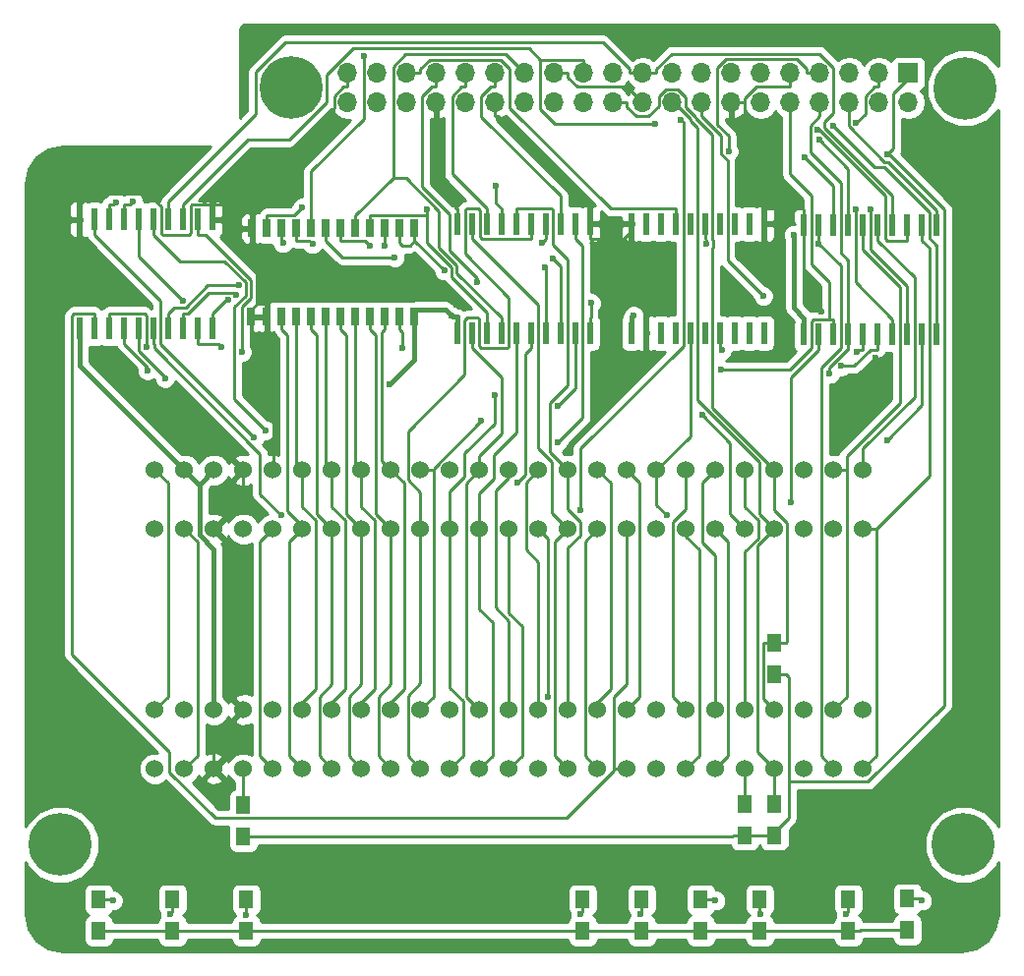
<source format=gbr>
G04 #@! TF.FileFunction,Copper,L2,Bot,Signal*
%FSLAX46Y46*%
G04 Gerber Fmt 4.6, Leading zero omitted, Abs format (unit mm)*
G04 Created by KiCad (PCBNEW 4.0.7) date 05/02/18 22:14:29*
%MOMM*%
%LPD*%
G01*
G04 APERTURE LIST*
%ADD10C,0.100000*%
%ADD11C,5.400000*%
%ADD12C,1.524000*%
%ADD13R,1.300000X1.500000*%
%ADD14R,1.700000X1.700000*%
%ADD15O,1.700000X1.700000*%
%ADD16R,0.600000X1.950000*%
%ADD17R,0.762000X1.524000*%
%ADD18C,0.600000*%
%ADD19C,0.250000*%
%ADD20C,0.400000*%
%ADD21C,0.254000*%
G04 APERTURE END LIST*
D10*
D11*
X210312000Y-122174000D03*
X132588000Y-122174000D03*
X152459000Y-56992500D03*
D12*
X201676000Y-110561000D03*
X201676000Y-115641000D03*
X199136000Y-110561000D03*
X199136000Y-115641000D03*
X196596000Y-110561000D03*
X196596000Y-115641000D03*
X194056000Y-110561000D03*
X194056000Y-115641000D03*
X191516000Y-110561000D03*
X191516000Y-115641000D03*
X188976000Y-110561000D03*
X188976000Y-115641000D03*
X186436000Y-110561000D03*
X186436000Y-115641000D03*
X183896000Y-110561000D03*
X183896000Y-115641000D03*
X181356000Y-110561000D03*
X181356000Y-115641000D03*
X178816000Y-110561000D03*
X178816000Y-115641000D03*
X176276000Y-110561000D03*
X176276000Y-115641000D03*
X173736000Y-110561000D03*
X173736000Y-115641000D03*
X171196000Y-110561000D03*
X171196000Y-115641000D03*
X168656000Y-110561000D03*
X168656000Y-115641000D03*
X166116000Y-110561000D03*
X166116000Y-115641000D03*
X163576000Y-110561000D03*
X163576000Y-115641000D03*
X161036000Y-110561000D03*
X161036000Y-115641000D03*
X158496000Y-110561000D03*
X158496000Y-115641000D03*
X155956000Y-110561000D03*
X155956000Y-115641000D03*
X153416000Y-110561000D03*
X153416000Y-115641000D03*
X150876000Y-110561000D03*
X150876000Y-115641000D03*
X148336000Y-110561000D03*
X148336000Y-115641000D03*
X145796000Y-110561000D03*
X145796000Y-115641000D03*
X143256000Y-110561000D03*
X143256000Y-115641000D03*
X140716000Y-110561000D03*
X140716000Y-115641000D03*
X201676000Y-89916000D03*
X201676000Y-94996000D03*
X199136000Y-89916000D03*
X199136000Y-94996000D03*
X196596000Y-89916000D03*
X196596000Y-94996000D03*
X194056000Y-89916000D03*
X194056000Y-94996000D03*
X191516000Y-89916000D03*
X191516000Y-94996000D03*
X188976000Y-89916000D03*
X188976000Y-94996000D03*
X186436000Y-89916000D03*
X186436000Y-94996000D03*
X183896000Y-89916000D03*
X183896000Y-94996000D03*
X181356000Y-89916000D03*
X181356000Y-94996000D03*
X178816000Y-89916000D03*
X178816000Y-94996000D03*
X176276000Y-89916000D03*
X176276000Y-94996000D03*
X173736000Y-89916000D03*
X173736000Y-94996000D03*
X171196000Y-89916000D03*
X171196000Y-94996000D03*
X168656000Y-89916000D03*
X168656000Y-94996000D03*
X166116000Y-89916000D03*
X166116000Y-94996000D03*
X163576000Y-89916000D03*
X163576000Y-94996000D03*
X161036000Y-89916000D03*
X161036000Y-94996000D03*
X158496000Y-89916000D03*
X158496000Y-94996000D03*
X155956000Y-89916000D03*
X155956000Y-94996000D03*
X153416000Y-89916000D03*
X153416000Y-94996000D03*
X150876000Y-89916000D03*
X150876000Y-94996000D03*
X148336000Y-89916000D03*
X148336000Y-94996000D03*
X145796000Y-89916000D03*
X145796000Y-94996000D03*
X143256000Y-89916000D03*
X143256000Y-94996000D03*
X140716000Y-89916000D03*
X140716000Y-94996000D03*
D13*
X205486000Y-129540000D03*
X205486000Y-126840000D03*
X200406000Y-129620000D03*
X200406000Y-126920000D03*
X192786000Y-129620000D03*
X192786000Y-126920000D03*
X187706000Y-129620000D03*
X187706000Y-126920000D03*
X182626000Y-129620000D03*
X182626000Y-126920000D03*
X177546000Y-129620000D03*
X177546000Y-126920000D03*
X148590000Y-129620000D03*
X148590000Y-126920000D03*
X142240000Y-129620000D03*
X142240000Y-126920000D03*
X135890000Y-129620000D03*
X135890000Y-126920000D03*
D11*
X210483000Y-57023000D03*
D14*
X205572000Y-55727600D03*
D15*
X205572000Y-58267600D03*
X203032000Y-55727600D03*
X203032000Y-58267600D03*
X200492000Y-55727600D03*
X200492000Y-58267600D03*
X197952000Y-55727600D03*
X197952000Y-58267600D03*
X195412000Y-55727600D03*
X195412000Y-58267600D03*
X192872000Y-55727600D03*
X192872000Y-58267600D03*
X190332000Y-55727600D03*
X190332000Y-58267600D03*
X187792000Y-55727600D03*
X187792000Y-58267600D03*
X185252000Y-55727600D03*
X185252000Y-58267600D03*
X182712000Y-55727600D03*
X182712000Y-58267600D03*
X180172000Y-55727600D03*
X180172000Y-58267600D03*
X177632000Y-55727600D03*
X177632000Y-58267600D03*
X175092000Y-55727600D03*
X175092000Y-58267600D03*
X172552000Y-55727600D03*
X172552000Y-58267600D03*
X170012000Y-55727600D03*
X170012000Y-58267600D03*
X167472000Y-55727600D03*
X167472000Y-58267600D03*
X164932000Y-55727600D03*
X164932000Y-58267600D03*
X162392000Y-55727600D03*
X162392000Y-58267600D03*
X159852000Y-55727600D03*
X159852000Y-58267600D03*
X157312000Y-55727600D03*
X157312000Y-58267600D03*
D13*
X148336000Y-118792000D03*
X148336000Y-121492000D03*
X194056000Y-118665000D03*
X194056000Y-121365000D03*
X194056000Y-104822000D03*
X194056000Y-107522000D03*
X191516000Y-118665000D03*
X191516000Y-121365000D03*
D16*
X134239000Y-68324000D03*
X135509000Y-68324000D03*
X136779000Y-68324000D03*
X138049000Y-68324000D03*
X139319000Y-68324000D03*
X140589000Y-68324000D03*
X141859000Y-68324000D03*
X143129000Y-68324000D03*
X144399000Y-68324000D03*
X145669000Y-68324000D03*
X145669000Y-77724000D03*
X144399000Y-77724000D03*
X143129000Y-77724000D03*
X141859000Y-77724000D03*
X140589000Y-77724000D03*
X139319000Y-77724000D03*
X138049000Y-77724000D03*
X136779000Y-77724000D03*
X135509000Y-77724000D03*
X134239000Y-77724000D03*
X166751000Y-68705000D03*
X168021000Y-68705000D03*
X169291000Y-68705000D03*
X170561000Y-68705000D03*
X171831000Y-68705000D03*
X173101000Y-68705000D03*
X174371000Y-68705000D03*
X175641000Y-68705000D03*
X176911000Y-68705000D03*
X178181000Y-68705000D03*
X178181000Y-78105000D03*
X176911000Y-78105000D03*
X175641000Y-78105000D03*
X174371000Y-78105000D03*
X173101000Y-78105000D03*
X171831000Y-78105000D03*
X170561000Y-78105000D03*
X169291000Y-78105000D03*
X168021000Y-78105000D03*
X166751000Y-78105000D03*
X181737000Y-68705000D03*
X183007000Y-68705000D03*
X184277000Y-68705000D03*
X185547000Y-68705000D03*
X186817000Y-68705000D03*
X188087000Y-68705000D03*
X189357000Y-68705000D03*
X190627000Y-68705000D03*
X191897000Y-68705000D03*
X193167000Y-68705000D03*
X193167000Y-78105000D03*
X191897000Y-78105000D03*
X190627000Y-78105000D03*
X189357000Y-78105000D03*
X188087000Y-78105000D03*
X186817000Y-78105000D03*
X185547000Y-78105000D03*
X184277000Y-78105000D03*
X183007000Y-78105000D03*
X181737000Y-78105000D03*
X196596000Y-68832000D03*
X197866000Y-68832000D03*
X199136000Y-68832000D03*
X200406000Y-68832000D03*
X201676000Y-68832000D03*
X202946000Y-68832000D03*
X204216000Y-68832000D03*
X205486000Y-68832000D03*
X206756000Y-68832000D03*
X208026000Y-68832000D03*
X208026000Y-78232000D03*
X206756000Y-78232000D03*
X205486000Y-78232000D03*
X204216000Y-78232000D03*
X202946000Y-78232000D03*
X201676000Y-78232000D03*
X200406000Y-78232000D03*
X199136000Y-78232000D03*
X197866000Y-78232000D03*
X196596000Y-78232000D03*
D17*
X163068000Y-76708000D03*
X161798000Y-76708000D03*
X160528000Y-76708000D03*
X159258000Y-76708000D03*
X157988000Y-76708000D03*
X156718000Y-76708000D03*
X155448000Y-76708000D03*
X154178000Y-76708000D03*
X152908000Y-76708000D03*
X151638000Y-76708000D03*
X150368000Y-76708000D03*
X148971000Y-76708000D03*
X163068000Y-69088000D03*
X161798000Y-69088000D03*
X160528000Y-69088000D03*
X159258000Y-69088000D03*
X157988000Y-69088000D03*
X156718000Y-69088000D03*
X155448000Y-69088000D03*
X154178000Y-69088000D03*
X152908000Y-69088000D03*
X151638000Y-69088000D03*
X150368000Y-69088000D03*
X149098000Y-69088000D03*
D18*
X198080600Y-76259600D03*
X202769400Y-80236900D03*
X181929200Y-76593500D03*
X195688200Y-69651300D03*
X160905100Y-82555300D03*
X166229400Y-76631500D03*
X174316000Y-72450900D03*
X159222000Y-70634300D03*
X174048700Y-70320500D03*
X190097700Y-62473700D03*
X154282000Y-70460000D03*
X153408300Y-67282600D03*
X170092700Y-65456900D03*
X151732400Y-70359300D03*
X164097700Y-67432300D03*
X161377600Y-71610000D03*
X174939600Y-71677000D03*
X201068300Y-59997900D03*
X158676600Y-54227200D03*
X197866000Y-70401000D03*
X187846700Y-85178000D03*
X201163200Y-79741300D03*
X195437600Y-92731500D03*
X162012600Y-79440700D03*
X199802900Y-80964800D03*
X203745200Y-87318800D03*
X184776600Y-93796000D03*
X143114400Y-75314700D03*
X148198300Y-79753400D03*
X150260700Y-86492500D03*
X146422100Y-79296600D03*
X149261600Y-87126600D03*
X174554200Y-109445200D03*
X141601000Y-81988100D03*
X151620900Y-93830600D03*
X171957600Y-91021400D03*
X175431000Y-84360300D03*
X169962300Y-83490900D03*
X168817500Y-85656300D03*
X175384000Y-87535200D03*
X189543900Y-79592200D03*
X165636000Y-72743700D03*
X203787000Y-62732500D03*
X137349200Y-66826400D03*
X196657900Y-62938400D03*
X197754200Y-60596400D03*
X183735200Y-60072300D03*
X189457900Y-81294200D03*
X140023700Y-79354100D03*
X147717500Y-74822200D03*
X202320600Y-67471100D03*
X138833600Y-66766400D03*
X197895400Y-61490100D03*
X168437200Y-73767500D03*
X147928700Y-74021800D03*
X201039700Y-67465600D03*
X198787400Y-81638400D03*
X140077300Y-81354100D03*
X206756000Y-127005000D03*
X200224000Y-128202000D03*
X192823000Y-128202000D03*
X188976000Y-127005000D03*
X182510000Y-128202000D03*
X177333000Y-128202000D03*
X148566000Y-128270000D03*
X142040000Y-128181000D03*
X137094000Y-127005000D03*
X199085800Y-60274800D03*
X160495800Y-70561700D03*
X185966500Y-59732400D03*
X177375400Y-93365400D03*
X193086500Y-74930000D03*
X188188700Y-70456500D03*
X147028100Y-75264800D03*
X178232600Y-75535100D03*
D19*
X148971000Y-76708000D02*
X148971000Y-76164300D01*
X166751000Y-68705000D02*
X166751000Y-67404700D01*
X200492000Y-58267600D02*
X200492000Y-59442900D01*
X208026000Y-68832000D02*
X208026000Y-67531700D01*
X150368000Y-76708000D02*
X150368000Y-75620700D01*
X150368000Y-76708000D02*
X150368000Y-77795300D01*
X164932000Y-58267600D02*
X164932000Y-59442900D01*
X149514600Y-70591900D02*
X149098000Y-70175300D01*
X149514600Y-75620700D02*
X149514600Y-70591900D01*
X148971000Y-76164300D02*
X149514600Y-75620700D01*
X149514600Y-75620700D02*
X150368000Y-75620700D01*
X149098000Y-69088000D02*
X149098000Y-70175300D01*
X157312000Y-55727600D02*
X157312000Y-56902900D01*
X149098000Y-69088000D02*
X149098000Y-68000700D01*
X148336000Y-92456000D02*
X148336000Y-89916000D01*
X145796000Y-94996000D02*
X148336000Y-92456000D01*
X145796000Y-113101000D02*
X145796000Y-115641000D01*
X148336000Y-110561000D02*
X145796000Y-113101000D01*
X181737000Y-68705000D02*
X181737000Y-69355100D01*
X178181000Y-68705000D02*
X178181000Y-70005300D01*
X170012000Y-58267600D02*
X170012000Y-59442900D01*
X178181000Y-68705000D02*
X178181000Y-67404700D01*
X183007000Y-78105000D02*
X183007000Y-76804700D01*
X183007000Y-71925500D02*
X183007000Y-76804700D01*
X181086800Y-70005300D02*
X183007000Y-71925500D01*
X181737000Y-69355100D02*
X181086800Y-70005300D01*
X181086800Y-70005300D02*
X178181000Y-70005300D01*
X156136700Y-58748200D02*
X147991100Y-66893800D01*
X156136700Y-57710800D02*
X156136700Y-58748200D01*
X156944600Y-56902900D02*
X156136700Y-57710800D01*
X157312000Y-56902900D02*
X156944600Y-56902900D01*
X147991100Y-66893800D02*
X149098000Y-68000700D01*
X176267300Y-56095000D02*
X176267300Y-55727600D01*
X177075200Y-56902900D02*
X176267300Y-56095000D01*
X181347300Y-56902900D02*
X177075200Y-56902900D01*
X182712000Y-58267600D02*
X181347300Y-56902900D01*
X175092000Y-55727600D02*
X176267300Y-55727600D01*
X164932000Y-65585700D02*
X164932000Y-59442900D01*
X166751000Y-67404700D02*
X164932000Y-65585700D01*
X150886000Y-78313300D02*
X150368000Y-77795300D01*
X150886000Y-89906000D02*
X150886000Y-78313300D01*
X150876000Y-89916000D02*
X150886000Y-89906000D01*
X134239000Y-68324000D02*
X134239000Y-67023700D01*
X170219200Y-59442900D02*
X170012000Y-59442900D01*
X178181000Y-67404700D02*
X170219200Y-59442900D01*
X147861200Y-67023700D02*
X145669000Y-67023700D01*
X147991100Y-66893800D02*
X147861200Y-67023700D01*
X145669000Y-68324000D02*
X145669000Y-67023700D01*
X193167000Y-68705000D02*
X193167000Y-67404700D01*
X195412000Y-55727600D02*
X195412000Y-56902900D01*
X192504700Y-56902900D02*
X195412000Y-56902900D01*
X191507300Y-57900300D02*
X192504700Y-56902900D01*
X191507300Y-58267600D02*
X191507300Y-57900300D01*
X190332000Y-58267600D02*
X191507300Y-58267600D01*
X196596000Y-68832000D02*
X196596000Y-67531700D01*
X196469000Y-67404700D02*
X193167000Y-67404700D01*
X196596000Y-67531700D02*
X196469000Y-67404700D01*
X191507300Y-65745000D02*
X191507300Y-58267600D01*
X193167000Y-67404700D02*
X191507300Y-65745000D01*
X143892100Y-67023700D02*
X145669000Y-67023700D01*
X143773600Y-67142200D02*
X143892100Y-67023700D01*
X143773600Y-69479700D02*
X143773600Y-67142200D01*
X143628900Y-69624400D02*
X143773600Y-69479700D01*
X141382100Y-69624400D02*
X143628900Y-69624400D01*
X141233700Y-69476000D02*
X141382100Y-69624400D01*
X141233700Y-67230000D02*
X141233700Y-69476000D01*
X140130000Y-66126300D02*
X141233700Y-67230000D01*
X135136400Y-66126300D02*
X140130000Y-66126300D01*
X134239000Y-67023700D02*
X135136400Y-66126300D01*
X203852100Y-63357800D02*
X208026000Y-67531700D01*
X203528000Y-63357800D02*
X203852100Y-63357800D01*
X200427700Y-60257500D02*
X203528000Y-63357800D01*
X200427700Y-59507200D02*
X200427700Y-60257500D01*
X200492000Y-59442900D02*
X200427700Y-59507200D01*
X196596000Y-74775000D02*
X198080600Y-76259600D01*
X196596000Y-68832000D02*
X196596000Y-74775000D01*
X202769400Y-81572100D02*
X202772000Y-81574700D01*
X202769400Y-80236900D02*
X202769400Y-81572100D01*
X202772000Y-82550000D02*
X202772000Y-81574700D01*
D20*
X144584800Y-91127200D02*
X145796000Y-89916000D01*
X145796000Y-96716400D02*
X145796000Y-110561000D01*
X144584800Y-95505200D02*
X145796000Y-96716400D01*
X144584800Y-91127200D02*
X144584800Y-95505200D01*
X144467200Y-91127200D02*
X143256000Y-89916000D01*
X144584800Y-91127200D02*
X144467200Y-91127200D01*
X134239000Y-80899000D02*
X134239000Y-77724000D01*
X143256000Y-89916000D02*
X134239000Y-80899000D01*
X181737000Y-78105000D02*
X181737000Y-76729700D01*
X181793000Y-76729700D02*
X181737000Y-76729700D01*
X181929200Y-76593500D02*
X181793000Y-76729700D01*
X195688300Y-69651300D02*
X195688200Y-69651300D01*
X195688300Y-75949000D02*
X195688300Y-69651300D01*
X196596000Y-76856700D02*
X195688300Y-75949000D01*
X196596000Y-78232000D02*
X196596000Y-76856700D01*
X163068000Y-76708000D02*
X163068000Y-77289100D01*
X163068000Y-80392400D02*
X160905100Y-82555300D01*
X163068000Y-77289100D02*
X163068000Y-80392400D01*
X166327600Y-76729700D02*
X166751000Y-76729700D01*
X166229400Y-76631500D02*
X166327600Y-76729700D01*
X166751000Y-78105000D02*
X166751000Y-76729700D01*
X163068000Y-76708000D02*
X163068000Y-76126800D01*
X165724700Y-76126800D02*
X166229400Y-76631500D01*
X163068000Y-76126800D02*
X165724700Y-76126800D01*
D19*
X174371000Y-78105000D02*
X174371000Y-76804700D01*
X158763000Y-70175300D02*
X159222000Y-70634300D01*
X156718000Y-70175300D02*
X158763000Y-70175300D01*
X156718000Y-69088000D02*
X156718000Y-70175300D01*
X174371000Y-72505900D02*
X174316000Y-72450900D01*
X174371000Y-76804700D02*
X174371000Y-72505900D01*
X174363900Y-70005300D02*
X174371000Y-70005300D01*
X174048700Y-70320500D02*
X174363900Y-70005300D01*
X174371000Y-68705000D02*
X174371000Y-70005300D01*
X197952000Y-55727600D02*
X196776700Y-55727600D01*
X153997300Y-70175300D02*
X154282000Y-70460000D01*
X152908000Y-70175300D02*
X153997300Y-70175300D01*
X152908000Y-69088000D02*
X152908000Y-70175300D01*
X190097700Y-61111600D02*
X190097700Y-62473700D01*
X189145700Y-60159600D02*
X190097700Y-61111600D01*
X189145700Y-55250900D02*
X189145700Y-60159600D01*
X189873300Y-54523300D02*
X189145700Y-55250900D01*
X195937700Y-54523300D02*
X189873300Y-54523300D01*
X196776700Y-55362300D02*
X195937700Y-54523300D01*
X196776700Y-55727600D02*
X196776700Y-55362300D01*
X167472000Y-55727600D02*
X167472000Y-56902900D01*
X169291000Y-68705000D02*
X169291000Y-67404700D01*
X167104600Y-56902900D02*
X167472000Y-56902900D01*
X166296700Y-57710800D02*
X167104600Y-56902900D01*
X166296700Y-64410400D02*
X166296700Y-57710800D01*
X169291000Y-67404700D02*
X166296700Y-64410400D01*
X152690200Y-68000700D02*
X153408300Y-67282600D01*
X150368000Y-68000700D02*
X152690200Y-68000700D01*
X150368000Y-69088000D02*
X150368000Y-68000700D01*
X170561000Y-68705000D02*
X170561000Y-67404700D01*
X170092700Y-66936400D02*
X170092700Y-65456900D01*
X170561000Y-67404700D02*
X170092700Y-66936400D01*
X151732400Y-70269700D02*
X151732400Y-70359300D01*
X151638000Y-70175300D02*
X151732400Y-70269700D01*
X151638000Y-69088000D02*
X151638000Y-70175300D01*
X157988000Y-69088000D02*
X157988000Y-68000700D01*
X170561000Y-78105000D02*
X170561000Y-76804700D01*
X157988000Y-68000700D02*
X161216500Y-64772200D01*
X170912500Y-54088100D02*
X172552000Y-55727600D01*
X162309200Y-54088100D02*
X170912500Y-54088100D01*
X161216500Y-55180800D02*
X162309200Y-54088100D01*
X161216500Y-64772200D02*
X161216500Y-55180800D01*
X162339300Y-64772200D02*
X161216500Y-64772200D01*
X165164800Y-67597700D02*
X162339300Y-64772200D01*
X165164800Y-70751200D02*
X165164800Y-67597700D01*
X166711600Y-72298000D02*
X165164800Y-70751200D01*
X166711600Y-72955300D02*
X166711600Y-72298000D01*
X170561000Y-76804700D02*
X166711600Y-72955300D01*
X159258000Y-69088000D02*
X159258000Y-68000700D01*
X159258000Y-68000700D02*
X164097700Y-68000700D01*
X164097700Y-67432300D02*
X164097700Y-68000700D01*
X169291000Y-76333400D02*
X169291000Y-78105000D01*
X166261300Y-73303700D02*
X169291000Y-76333400D01*
X166261300Y-72484600D02*
X166261300Y-73303700D01*
X164097700Y-70321000D02*
X166261300Y-72484600D01*
X164097700Y-68000700D02*
X164097700Y-70321000D01*
X156882700Y-71610000D02*
X161377600Y-71610000D01*
X155448000Y-70175300D02*
X156882700Y-71610000D01*
X155448000Y-69088000D02*
X155448000Y-70175300D01*
X175641000Y-72378400D02*
X174939600Y-71677000D01*
X175641000Y-78105000D02*
X175641000Y-72378400D01*
X202664600Y-56902900D02*
X203032000Y-56902900D01*
X201856700Y-57710800D02*
X202664600Y-56902900D01*
X201856700Y-59209500D02*
X201856700Y-57710800D01*
X201068300Y-59997900D02*
X201856700Y-59209500D01*
X203032000Y-55727600D02*
X203032000Y-56902900D01*
X175641000Y-66305100D02*
X175641000Y-68705000D01*
X168826200Y-59490300D02*
X175641000Y-66305100D01*
X168826200Y-57721400D02*
X168826200Y-59490300D01*
X169644700Y-56902900D02*
X168826200Y-57721400D01*
X170012000Y-56902900D02*
X169644700Y-56902900D01*
X170012000Y-55727600D02*
X170012000Y-56902900D01*
X158676600Y-59692100D02*
X158676600Y-54227200D01*
X154178000Y-64190700D02*
X158676600Y-59692100D01*
X154178000Y-69088000D02*
X154178000Y-64190700D01*
X202946000Y-68832000D02*
X202946000Y-70132300D01*
X201676000Y-88050400D02*
X201676000Y-89916000D01*
X206111400Y-83615000D02*
X201676000Y-88050400D01*
X206111400Y-73297700D02*
X206111400Y-83615000D01*
X202946000Y-70132300D02*
X206111400Y-73297700D01*
X202796400Y-114520600D02*
X201676000Y-115641000D01*
X202796400Y-94996000D02*
X202796400Y-114520600D01*
X202796400Y-94996000D02*
X201676000Y-94996000D01*
X206756000Y-68832000D02*
X206756000Y-70132300D01*
X207381300Y-90411100D02*
X202796400Y-94996000D01*
X207381300Y-70757600D02*
X207381300Y-90411100D01*
X206756000Y-70132300D02*
X207381300Y-70757600D01*
X200247200Y-109449800D02*
X199136000Y-110561000D01*
X200247200Y-89916000D02*
X200247200Y-109449800D01*
X200247200Y-89916000D02*
X199136000Y-89916000D01*
X200247200Y-88728000D02*
X200247200Y-89916000D01*
X204841400Y-84133800D02*
X200247200Y-88728000D01*
X204841400Y-74112400D02*
X204841400Y-84133800D01*
X201676000Y-70947000D02*
X204841400Y-74112400D01*
X201676000Y-68832000D02*
X201676000Y-70947000D01*
X197866000Y-70401000D02*
X197866000Y-68832000D01*
X198048500Y-114553500D02*
X199136000Y-115641000D01*
X198048500Y-81073600D02*
X198048500Y-114553500D01*
X199761400Y-79360700D02*
X198048500Y-81073600D01*
X199761400Y-72296400D02*
X199761400Y-79360700D01*
X197866000Y-70401000D02*
X199761400Y-72296400D01*
X194056000Y-118665000D02*
X194056000Y-115641000D01*
X192615100Y-114200100D02*
X194056000Y-115641000D01*
X192615100Y-96436900D02*
X192615100Y-114200100D01*
X194056000Y-94996000D02*
X192615100Y-96436900D01*
X185386100Y-58267600D02*
X185252000Y-58267600D01*
X186816900Y-59698400D02*
X185386100Y-58267600D01*
X186816900Y-59832500D02*
X186816900Y-59698400D01*
X187442400Y-60458000D02*
X186816900Y-59832500D01*
X187442400Y-83889300D02*
X187442400Y-60458000D01*
X192786000Y-89232900D02*
X187442400Y-83889300D01*
X192786000Y-93726000D02*
X192786000Y-89232900D01*
X194056000Y-94996000D02*
X192786000Y-93726000D01*
X191516000Y-96899100D02*
X191516000Y-110561000D01*
X192627200Y-95787900D02*
X191516000Y-96899100D01*
X192627200Y-94236000D02*
X192627200Y-95787900D01*
X191516000Y-93124800D02*
X192627200Y-94236000D01*
X191516000Y-89916000D02*
X191516000Y-93124800D01*
X191516000Y-118665000D02*
X191516000Y-115641000D01*
X190246000Y-93726000D02*
X191516000Y-94996000D01*
X190246000Y-87577300D02*
X190246000Y-93726000D01*
X187846700Y-85178000D02*
X190246000Y-87577300D01*
X187864700Y-91027300D02*
X188976000Y-89916000D01*
X187864700Y-96148900D02*
X187864700Y-91027300D01*
X188976000Y-97260200D02*
X187864700Y-96148900D01*
X188976000Y-110561000D02*
X188976000Y-97260200D01*
X201372200Y-79532300D02*
X201676000Y-79532300D01*
X201163200Y-79741300D02*
X201372200Y-79532300D01*
X201676000Y-78232000D02*
X201676000Y-79532300D01*
X190065400Y-96085400D02*
X188976000Y-94996000D01*
X190065400Y-114551600D02*
X190065400Y-96085400D01*
X188976000Y-115641000D02*
X190065400Y-114551600D01*
X195437600Y-81960700D02*
X195437600Y-92731500D01*
X197866000Y-79532300D02*
X195437600Y-81960700D01*
X197866000Y-78232000D02*
X197866000Y-79532300D01*
X202946000Y-78232000D02*
X202946000Y-79532300D01*
X200882300Y-80964800D02*
X199802900Y-80964800D01*
X202946000Y-79532300D02*
X202312410Y-79532300D01*
X202312410Y-79532300D02*
X200882300Y-80962410D01*
X200882300Y-80962410D02*
X200882300Y-80964800D01*
X162012600Y-78009900D02*
X162012600Y-79440700D01*
X161798000Y-77795300D02*
X162012600Y-78009900D01*
X161798000Y-76708000D02*
X161798000Y-77795300D01*
X185324700Y-109449700D02*
X186436000Y-110561000D01*
X185324700Y-94410200D02*
X185324700Y-109449700D01*
X186436000Y-93298900D02*
X185324700Y-94410200D01*
X186436000Y-89916000D02*
X186436000Y-93298900D01*
X187547200Y-114529800D02*
X186436000Y-115641000D01*
X187547200Y-96744000D02*
X187547200Y-114529800D01*
X186436000Y-95632800D02*
X187547200Y-96744000D01*
X186436000Y-94996000D02*
X186436000Y-95632800D01*
X206756000Y-84308000D02*
X206756000Y-78232000D01*
X203745200Y-87318800D02*
X206756000Y-84308000D01*
X183896000Y-92915400D02*
X183896000Y-89916000D01*
X184776600Y-93796000D02*
X183896000Y-92915400D01*
X186817000Y-86995000D02*
X183896000Y-89916000D01*
X186817000Y-78105000D02*
X186817000Y-86995000D01*
X182449600Y-109467400D02*
X181356000Y-110561000D01*
X182449600Y-91009600D02*
X182449600Y-109467400D01*
X181356000Y-89916000D02*
X182449600Y-91009600D01*
X139319000Y-71519300D02*
X143114400Y-75314700D01*
X139319000Y-68324000D02*
X139319000Y-71519300D01*
X135509000Y-77724000D02*
X135509000Y-76423700D01*
X181356000Y-108339300D02*
X181356000Y-94996000D01*
X180244700Y-109450600D02*
X181356000Y-108339300D01*
X180244700Y-115641000D02*
X180244700Y-109450600D01*
X180244600Y-115641000D02*
X180244700Y-115641000D01*
X180244600Y-115779900D02*
X180244600Y-115641000D01*
X176157100Y-119867400D02*
X180244600Y-115779900D01*
X145893400Y-119867400D02*
X176157100Y-119867400D01*
X141986000Y-115960000D02*
X145893400Y-119867400D01*
X141986000Y-114196400D02*
X141986000Y-115960000D01*
X133582900Y-105793300D02*
X141986000Y-114196400D01*
X133582900Y-76601000D02*
X133582900Y-105793300D01*
X133760200Y-76423700D02*
X133582900Y-76601000D01*
X135509000Y-76423700D02*
X133760200Y-76423700D01*
X180244700Y-115641000D02*
X181356000Y-115641000D01*
X144399000Y-68324000D02*
X144399000Y-69624300D01*
X145052500Y-69624300D02*
X144399000Y-69624300D01*
X149004300Y-73576100D02*
X145052500Y-69624300D01*
X149004300Y-75056700D02*
X149004300Y-73576100D01*
X148198300Y-75862700D02*
X149004300Y-75056700D01*
X148198300Y-79753400D02*
X148198300Y-75862700D01*
X178816000Y-109924100D02*
X178816000Y-110561000D01*
X179927200Y-108812900D02*
X178816000Y-109924100D01*
X179927200Y-91027200D02*
X179927200Y-108812900D01*
X178816000Y-89916000D02*
X179927200Y-91027200D01*
X177724900Y-96087100D02*
X178816000Y-94996000D01*
X177724900Y-114549900D02*
X177724900Y-96087100D01*
X178816000Y-115641000D02*
X177724900Y-114549900D01*
X140589000Y-68324000D02*
X140589000Y-69624300D01*
X142898600Y-71933900D02*
X140589000Y-69624300D01*
X146725200Y-71933900D02*
X142898600Y-71933900D01*
X148554000Y-73762700D02*
X146725200Y-71933900D01*
X148554000Y-74870100D02*
X148554000Y-73762700D01*
X147561200Y-75862900D02*
X148554000Y-74870100D01*
X147561200Y-83793000D02*
X147561200Y-75862900D01*
X150260700Y-86492500D02*
X147561200Y-83793000D01*
X176276000Y-96627100D02*
X176276000Y-110561000D01*
X177375000Y-95528100D02*
X176276000Y-96627100D01*
X177375000Y-94390800D02*
X177375000Y-95528100D01*
X176276000Y-93291800D02*
X177375000Y-94390800D01*
X176276000Y-89916000D02*
X176276000Y-93291800D01*
X171831000Y-68705000D02*
X171831000Y-67404700D01*
X174758700Y-88398700D02*
X176276000Y-89916000D01*
X174758700Y-84148300D02*
X174758700Y-88398700D01*
X176266400Y-82640600D02*
X174758700Y-84148300D01*
X176266400Y-71796800D02*
X176266400Y-82640600D01*
X174996400Y-70526800D02*
X176266400Y-71796800D01*
X174996400Y-67551600D02*
X174996400Y-70526800D01*
X174849500Y-67404700D02*
X174996400Y-67551600D01*
X171831000Y-67404700D02*
X174849500Y-67404700D01*
X168021000Y-68705000D02*
X168021000Y-70005300D01*
X174912700Y-93632700D02*
X176276000Y-94996000D01*
X174912700Y-89189600D02*
X174912700Y-93632700D01*
X173726400Y-88003300D02*
X174912700Y-89189600D01*
X173726400Y-75710700D02*
X173726400Y-88003300D01*
X168021000Y-70005300D02*
X173726400Y-75710700D01*
X175179500Y-96092500D02*
X176276000Y-94996000D01*
X175179500Y-114544500D02*
X175179500Y-96092500D01*
X176276000Y-115641000D02*
X175179500Y-114544500D01*
X173736000Y-97854500D02*
X173736000Y-110561000D01*
X172644900Y-96763400D02*
X173736000Y-97854500D01*
X172644900Y-91007100D02*
X172644900Y-96763400D01*
X173736000Y-89916000D02*
X172644900Y-91007100D01*
X146149800Y-79024300D02*
X146422100Y-79296600D01*
X144399000Y-79024300D02*
X146149800Y-79024300D01*
X144399000Y-77724000D02*
X144399000Y-79024300D01*
X174554200Y-95814200D02*
X174554200Y-109445200D01*
X173736000Y-94996000D02*
X174554200Y-95814200D01*
X135509000Y-68324000D02*
X135509000Y-69624300D01*
X141226100Y-75341400D02*
X135509000Y-69624300D01*
X141226100Y-79091100D02*
X141226100Y-75341400D01*
X149261600Y-87126600D02*
X141226100Y-79091100D01*
X171196000Y-90552900D02*
X171196000Y-89916000D01*
X170071800Y-91677100D02*
X171196000Y-90552900D01*
X170071800Y-101774600D02*
X170071800Y-91677100D01*
X171196000Y-102898800D02*
X170071800Y-101774600D01*
X171196000Y-110561000D02*
X171196000Y-102898800D01*
X141601000Y-81939400D02*
X141601000Y-81988100D01*
X139319000Y-79657400D02*
X141601000Y-81939400D01*
X139319000Y-77724000D02*
X139319000Y-79657400D01*
X140589000Y-77724000D02*
X140589000Y-79024300D01*
X140649000Y-79084300D02*
X140589000Y-79024300D01*
X140649000Y-79398300D02*
X140649000Y-79084300D01*
X149780700Y-88530000D02*
X140649000Y-79398300D01*
X149780700Y-91990400D02*
X149780700Y-88530000D01*
X151620900Y-93830600D02*
X149780700Y-91990400D01*
X172307200Y-114529800D02*
X171196000Y-115641000D01*
X172307200Y-103373100D02*
X172307200Y-114529800D01*
X171196000Y-102261900D02*
X172307200Y-103373100D01*
X171196000Y-94996000D02*
X171196000Y-102261900D01*
X167531800Y-91040200D02*
X168656000Y-89916000D01*
X167531800Y-109436800D02*
X167531800Y-91040200D01*
X168656000Y-110561000D02*
X167531800Y-109436800D01*
X168021000Y-78105000D02*
X168021000Y-79405300D01*
X170590700Y-81975000D02*
X168021000Y-79405300D01*
X170590700Y-86785000D02*
X170590700Y-81975000D01*
X168656000Y-88719700D02*
X170590700Y-86785000D01*
X168656000Y-89916000D02*
X168656000Y-88719700D01*
X169767200Y-114529800D02*
X168656000Y-115641000D01*
X169767200Y-103054700D02*
X169767200Y-114529800D01*
X168656000Y-101943500D02*
X169767200Y-103054700D01*
X168656000Y-94996000D02*
X168656000Y-101943500D01*
X168656000Y-91968800D02*
X168656000Y-94996000D01*
X169926000Y-90698800D02*
X168656000Y-91968800D01*
X169926000Y-88607200D02*
X169926000Y-90698800D01*
X171831000Y-86702200D02*
X169926000Y-88607200D01*
X171831000Y-79405300D02*
X171831000Y-86702200D01*
X171831000Y-78105000D02*
X171831000Y-79405300D01*
X173101000Y-78105000D02*
X173101000Y-79405300D01*
X172625300Y-90353700D02*
X171957600Y-91021400D01*
X172625300Y-79881000D02*
X172625300Y-90353700D01*
X173101000Y-79405300D02*
X172625300Y-79881000D01*
X167227200Y-114529800D02*
X166116000Y-115641000D01*
X167227200Y-109769100D02*
X167227200Y-114529800D01*
X166116000Y-108657900D02*
X167227200Y-109769100D01*
X166116000Y-94996000D02*
X166116000Y-108657900D01*
X176911000Y-82880300D02*
X175431000Y-84360300D01*
X176911000Y-78105000D02*
X176911000Y-82880300D01*
X169962300Y-85884800D02*
X169962300Y-83490900D01*
X167386000Y-88461100D02*
X169962300Y-85884800D01*
X167386000Y-90528500D02*
X167386000Y-88461100D01*
X166116000Y-91798500D02*
X167386000Y-90528500D01*
X166116000Y-94996000D02*
X166116000Y-91798500D01*
X176911000Y-68705000D02*
X176911000Y-70005300D01*
X164687200Y-89916000D02*
X163576000Y-89916000D01*
X164687200Y-109449800D02*
X163576000Y-110561000D01*
X164687200Y-89916000D02*
X164687200Y-109449800D01*
X177536400Y-85382800D02*
X175384000Y-87535200D01*
X177536400Y-70630700D02*
X177536400Y-85382800D01*
X176911000Y-70005300D02*
X177536400Y-70630700D01*
X164687200Y-89786600D02*
X168817500Y-85656300D01*
X164687200Y-89916000D02*
X164687200Y-89786600D01*
X163576000Y-108262500D02*
X163576000Y-94996000D01*
X162484900Y-109353600D02*
X163576000Y-108262500D01*
X162484900Y-114549900D02*
X162484900Y-109353600D01*
X163576000Y-115641000D02*
X162484900Y-114549900D01*
X173101000Y-68705000D02*
X173101000Y-70005300D01*
X168856200Y-70005300D02*
X173101000Y-70005300D01*
X168665600Y-69814700D02*
X168856200Y-70005300D01*
X168665600Y-67572300D02*
X168665600Y-69814700D01*
X168497900Y-67404600D02*
X168665600Y-67572300D01*
X167533400Y-67404600D02*
X168497900Y-67404600D01*
X167395700Y-67542300D02*
X167533400Y-67404600D01*
X167395700Y-71296500D02*
X167395700Y-67542300D01*
X171186400Y-75087200D02*
X167395700Y-71296500D01*
X171186400Y-79256900D02*
X171186400Y-75087200D01*
X171037900Y-79405400D02*
X171186400Y-79256900D01*
X168791100Y-79405400D02*
X171037900Y-79405400D01*
X168646400Y-79260700D02*
X168791100Y-79405400D01*
X168646400Y-76938100D02*
X168646400Y-79260700D01*
X168512900Y-76804600D02*
X168646400Y-76938100D01*
X167578200Y-76804600D02*
X168512900Y-76804600D01*
X167376600Y-77006200D02*
X167578200Y-76804600D01*
X167376600Y-81672900D02*
X167376600Y-77006200D01*
X162486400Y-86563100D02*
X167376600Y-81672900D01*
X162486400Y-90729500D02*
X162486400Y-86563100D01*
X163576000Y-91819100D02*
X162486400Y-90729500D01*
X163576000Y-94996000D02*
X163576000Y-91819100D01*
X161036000Y-109924100D02*
X161036000Y-110561000D01*
X162147200Y-108812900D02*
X161036000Y-109924100D01*
X162147200Y-91027200D02*
X162147200Y-108812900D01*
X161036000Y-89916000D02*
X162147200Y-91027200D01*
X160279800Y-89159800D02*
X161036000Y-89916000D01*
X160279800Y-78043500D02*
X160279800Y-89159800D01*
X160528000Y-77795300D02*
X160279800Y-78043500D01*
X160528000Y-76708000D02*
X160528000Y-77795300D01*
X159258000Y-76708000D02*
X159258000Y-77795300D01*
X159766000Y-93726000D02*
X161036000Y-94996000D01*
X159766000Y-78303300D02*
X159766000Y-93726000D01*
X159258000Y-77795300D02*
X159766000Y-78303300D01*
X161036000Y-108339300D02*
X161036000Y-94996000D01*
X159944900Y-109430400D02*
X161036000Y-108339300D01*
X159944900Y-114549900D02*
X159944900Y-109430400D01*
X161036000Y-115641000D02*
X159944900Y-114549900D01*
X157988000Y-89408000D02*
X158496000Y-89916000D01*
X157988000Y-76708000D02*
X157988000Y-89408000D01*
X158496000Y-109924100D02*
X158496000Y-110561000D01*
X159607200Y-108812900D02*
X158496000Y-109924100D01*
X159607200Y-94204100D02*
X159607200Y-108812900D01*
X158496000Y-93092900D02*
X159607200Y-94204100D01*
X158496000Y-89916000D02*
X158496000Y-93092900D01*
X156718000Y-76708000D02*
X156718000Y-77795300D01*
X157226000Y-93726000D02*
X158496000Y-94996000D01*
X157226000Y-78303300D02*
X157226000Y-93726000D01*
X156718000Y-77795300D02*
X157226000Y-78303300D01*
X158496000Y-108339300D02*
X158496000Y-94996000D01*
X157404900Y-109430400D02*
X158496000Y-108339300D01*
X157404900Y-114549900D02*
X157404900Y-109430400D01*
X158496000Y-115641000D02*
X157404900Y-114549900D01*
X155448000Y-89408000D02*
X155956000Y-89916000D01*
X155448000Y-76708000D02*
X155448000Y-89408000D01*
X155956000Y-109924100D02*
X155956000Y-110561000D01*
X157067200Y-108812900D02*
X155956000Y-109924100D01*
X157067200Y-94204100D02*
X157067200Y-108812900D01*
X155956000Y-93092900D02*
X157067200Y-94204100D01*
X155956000Y-89916000D02*
X155956000Y-93092900D01*
X154178000Y-76708000D02*
X154178000Y-77795300D01*
X154686000Y-93726000D02*
X155956000Y-94996000D01*
X154686000Y-78303300D02*
X154686000Y-93726000D01*
X154178000Y-77795300D02*
X154686000Y-78303300D01*
X155956000Y-108339300D02*
X155956000Y-94996000D01*
X154864900Y-109430400D02*
X155956000Y-108339300D01*
X154864900Y-114549900D02*
X154864900Y-109430400D01*
X155956000Y-115641000D02*
X154864900Y-114549900D01*
X152908000Y-89408000D02*
X153416000Y-89916000D01*
X152908000Y-76708000D02*
X152908000Y-89408000D01*
X153416000Y-93092900D02*
X153416000Y-89916000D01*
X154527200Y-94204100D02*
X153416000Y-93092900D01*
X154527200Y-108812900D02*
X154527200Y-94204100D01*
X153416000Y-109924100D02*
X154527200Y-108812900D01*
X153416000Y-110561000D02*
X153416000Y-109924100D01*
X152314800Y-114539800D02*
X153416000Y-115641000D01*
X152314800Y-96097200D02*
X152314800Y-114539800D01*
X153416000Y-94996000D02*
X152314800Y-96097200D01*
X151638000Y-76708000D02*
X151638000Y-77795300D01*
X152146000Y-78303300D02*
X151638000Y-77795300D01*
X152146000Y-93471300D02*
X152146000Y-78303300D01*
X153416000Y-94741300D02*
X152146000Y-93471300D01*
X153416000Y-94996000D02*
X153416000Y-94741300D01*
X149781700Y-114546700D02*
X150876000Y-115641000D01*
X149781700Y-96090300D02*
X149781700Y-114546700D01*
X150876000Y-94996000D02*
X149781700Y-96090300D01*
X189357000Y-78105000D02*
X189357000Y-79405300D01*
X189357000Y-79405300D02*
X189543900Y-79592200D01*
X144367200Y-114529800D02*
X143256000Y-115641000D01*
X144367200Y-96107200D02*
X144367200Y-114529800D01*
X143256000Y-94996000D02*
X144367200Y-96107200D01*
X141827200Y-109449800D02*
X140716000Y-110561000D01*
X141827200Y-91027200D02*
X141827200Y-109449800D01*
X140716000Y-89916000D02*
X141827200Y-91027200D01*
X162610800Y-70557200D02*
X162686500Y-70557200D01*
X162686500Y-70557200D02*
X163068000Y-70175700D01*
X162030600Y-70557200D02*
X161798000Y-70324600D01*
X161798000Y-70324600D02*
X161798000Y-69088000D01*
X162610800Y-70557200D02*
X162030600Y-70557200D01*
X163068000Y-69088000D02*
X163068000Y-70100000D01*
X148336000Y-121492000D02*
X149311300Y-121492000D01*
X191516000Y-121365000D02*
X190540700Y-121365000D01*
X190413700Y-121492000D02*
X190540700Y-121365000D01*
X149311300Y-121492000D02*
X190413700Y-121492000D01*
X205572000Y-55727600D02*
X205572000Y-56213700D01*
X194056000Y-121365000D02*
X193796100Y-121365000D01*
X191516000Y-121365000D02*
X192491300Y-121365000D01*
X193796100Y-121365000D02*
X192491300Y-121365000D01*
X163068000Y-70175700D02*
X165636000Y-72743700D01*
X163068000Y-69088000D02*
X163068000Y-70175700D01*
X203787000Y-62732500D02*
X203852900Y-62666600D01*
X204302000Y-57483700D02*
X205572000Y-56213700D01*
X204302000Y-62217500D02*
X204302000Y-57483700D01*
X203852900Y-62666600D02*
X204302000Y-62217500D01*
X195251700Y-119909400D02*
X195251700Y-116761700D01*
X193796100Y-121365000D02*
X195251700Y-119909400D01*
X208660000Y-67473800D02*
X203852900Y-62666600D01*
X208660000Y-110208500D02*
X208660000Y-67473800D01*
X202106800Y-116761700D02*
X208660000Y-110208500D01*
X195251700Y-116761700D02*
X202106800Y-116761700D01*
X195251700Y-107742400D02*
X195031300Y-107522000D01*
X195251700Y-116761700D02*
X195251700Y-107742400D01*
X194056000Y-107522000D02*
X195031300Y-107522000D01*
X137151900Y-67023700D02*
X136779000Y-67023700D01*
X137349200Y-66826400D02*
X137151900Y-67023700D01*
X136779000Y-68324000D02*
X136779000Y-67023700D01*
X199136000Y-65416500D02*
X196657900Y-62938400D01*
X199136000Y-68832000D02*
X199136000Y-65416500D01*
X182712000Y-55727600D02*
X183887300Y-55727600D01*
X181536700Y-55360300D02*
X181536700Y-55727600D01*
X179279500Y-53103100D02*
X181536700Y-55360300D01*
X151965100Y-53103100D02*
X179279500Y-53103100D01*
X149433300Y-55634900D02*
X151965100Y-53103100D01*
X149433300Y-59220400D02*
X149433300Y-55634900D01*
X141859000Y-66794700D02*
X149433300Y-59220400D01*
X141859000Y-68324000D02*
X141859000Y-66794700D01*
X182712000Y-55727600D02*
X181536700Y-55727600D01*
X204216000Y-66289300D02*
X204216000Y-68832000D01*
X198379600Y-60452900D02*
X204216000Y-66289300D01*
X198379600Y-59934900D02*
X198379600Y-60452900D01*
X199143500Y-59171000D02*
X198379600Y-59934900D01*
X199143500Y-55256100D02*
X199143500Y-59171000D01*
X197928700Y-54041300D02*
X199143500Y-55256100D01*
X185206300Y-54041300D02*
X197928700Y-54041300D01*
X183887300Y-55360300D02*
X185206300Y-54041300D01*
X183887300Y-55727600D02*
X183887300Y-55360300D01*
X143129000Y-68324000D02*
X143129000Y-67023700D01*
X177632000Y-55727600D02*
X177632000Y-54552300D01*
X173906500Y-54552300D02*
X177632000Y-54552300D01*
X172918900Y-53564700D02*
X173906500Y-54552300D01*
X157771300Y-53564700D02*
X172918900Y-53564700D01*
X155484400Y-55851600D02*
X157771300Y-53564700D01*
X155484400Y-58245700D02*
X155484400Y-55851600D01*
X152281400Y-61448700D02*
X155484400Y-58245700D01*
X148704000Y-61448700D02*
X152281400Y-61448700D01*
X143129000Y-67023700D02*
X148704000Y-61448700D01*
X173906500Y-58840100D02*
X173906500Y-54552300D01*
X175138700Y-60072300D02*
X173906500Y-58840100D01*
X183735200Y-60072300D02*
X175138700Y-60072300D01*
X205486000Y-68832000D02*
X205486000Y-70132300D01*
X203723200Y-70132300D02*
X205486000Y-70132300D01*
X203590600Y-69999700D02*
X203723200Y-70132300D01*
X203590600Y-66300800D02*
X203590600Y-69999700D01*
X197886200Y-60596400D02*
X203590600Y-66300800D01*
X197754200Y-60596400D02*
X197886200Y-60596400D01*
X136779000Y-77724000D02*
X136779000Y-76423700D01*
X139963600Y-79294000D02*
X140023700Y-79354100D01*
X139963600Y-76568300D02*
X139963600Y-79294000D01*
X139819000Y-76423700D02*
X139963600Y-76568300D01*
X136779000Y-76423700D02*
X139819000Y-76423700D01*
X198757400Y-76931700D02*
X198751700Y-76926000D01*
X199136000Y-76931700D02*
X198757400Y-76931700D01*
X195338100Y-81294200D02*
X189457900Y-81294200D01*
X197229000Y-79403300D02*
X195338100Y-81294200D01*
X197229000Y-77076400D02*
X197229000Y-79403300D01*
X197379400Y-76926000D02*
X197229000Y-77076400D01*
X198751700Y-76926000D02*
X197379400Y-76926000D01*
X199136000Y-78232000D02*
X199136000Y-76931700D01*
X198751700Y-73754200D02*
X198751700Y-76926000D01*
X197240600Y-72243100D02*
X198751700Y-73754200D01*
X197240600Y-66266100D02*
X197240600Y-72243100D01*
X195412000Y-64437500D02*
X197240600Y-66266100D01*
X195412000Y-59442900D02*
X195412000Y-64437500D01*
X195412000Y-58267600D02*
X195412000Y-59442900D01*
X143129000Y-77724000D02*
X143129000Y-76423700D01*
X202320600Y-70900200D02*
X202320600Y-67471100D01*
X205486000Y-74065600D02*
X202320600Y-70900200D01*
X205486000Y-78232000D02*
X205486000Y-74065600D01*
X147534800Y-74639500D02*
X147717500Y-74822200D01*
X145310900Y-74639500D02*
X147534800Y-74639500D01*
X143526700Y-76423700D02*
X145310900Y-74639500D01*
X143129000Y-76423700D02*
X143526700Y-76423700D01*
X138576300Y-67023700D02*
X138049000Y-67023700D01*
X138833600Y-66766400D02*
X138576300Y-67023700D01*
X138049000Y-68324000D02*
X138049000Y-67023700D01*
X200406000Y-64000700D02*
X197895400Y-61490100D01*
X200406000Y-68832000D02*
X200406000Y-64000700D01*
X164932000Y-55727600D02*
X164932000Y-56902900D01*
X141859000Y-77724000D02*
X141859000Y-76423700D01*
X201039700Y-73755300D02*
X201039700Y-67465600D01*
X204216000Y-76931600D02*
X201039700Y-73755300D01*
X204216000Y-78232000D02*
X204216000Y-76931600D01*
X145291700Y-74021800D02*
X147928700Y-74021800D01*
X143373500Y-75940000D02*
X145291700Y-74021800D01*
X142342700Y-75940000D02*
X143373500Y-75940000D01*
X141859000Y-76423700D02*
X142342700Y-75940000D01*
X164564700Y-56902900D02*
X164932000Y-56902900D01*
X163750900Y-57716700D02*
X164564700Y-56902900D01*
X163750900Y-65546900D02*
X163750900Y-57716700D01*
X166065400Y-67861400D02*
X163750900Y-65546900D01*
X166065400Y-71014900D02*
X166065400Y-67861400D01*
X168437200Y-73386700D02*
X166065400Y-71014900D01*
X168437200Y-73767500D02*
X168437200Y-73386700D01*
X138049000Y-77724000D02*
X138049000Y-79024300D01*
X197952000Y-58267600D02*
X197952000Y-59442900D01*
X198787400Y-81061200D02*
X198787400Y-81638400D01*
X200316300Y-79532300D02*
X198787400Y-81061200D01*
X200406000Y-79532300D02*
X200316300Y-79532300D01*
X200406000Y-78232000D02*
X200406000Y-79532300D01*
X140077300Y-81052600D02*
X140077300Y-81354100D01*
X138049000Y-79024300D02*
X140077300Y-81052600D01*
X197128900Y-60266000D02*
X197952000Y-59442900D01*
X197128900Y-62525000D02*
X197128900Y-60266000D01*
X199780600Y-65176700D02*
X197128900Y-62525000D01*
X199780600Y-71196300D02*
X199780600Y-65176700D01*
X200406000Y-71821700D02*
X199780600Y-71196300D01*
X200406000Y-78232000D02*
X200406000Y-71821700D01*
X206591000Y-126840000D02*
X206756000Y-127005000D01*
X205486000Y-126840000D02*
X206591000Y-126840000D01*
X200224000Y-128178000D02*
X200224000Y-128202000D01*
X200406000Y-127995000D02*
X200224000Y-128178000D01*
X200406000Y-126920000D02*
X200406000Y-127995000D01*
X192823000Y-128032000D02*
X192823000Y-128202000D01*
X192786000Y-127995000D02*
X192823000Y-128032000D01*
X192786000Y-126920000D02*
X192786000Y-127995000D01*
X188891000Y-126920000D02*
X188976000Y-127005000D01*
X187706000Y-126920000D02*
X188891000Y-126920000D01*
X182510000Y-128111000D02*
X182510000Y-128202000D01*
X182626000Y-127995000D02*
X182510000Y-128111000D01*
X182626000Y-126920000D02*
X182626000Y-127995000D01*
X177540000Y-127995000D02*
X177333000Y-128202000D01*
X177546000Y-127995000D02*
X177540000Y-127995000D01*
X177546000Y-126920000D02*
X177546000Y-127995000D01*
X148566000Y-128019000D02*
X148566000Y-128270000D01*
X148590000Y-127995000D02*
X148566000Y-128019000D01*
X148590000Y-126920000D02*
X148590000Y-127995000D01*
X142226000Y-127995000D02*
X142040000Y-128181000D01*
X142240000Y-127995000D02*
X142226000Y-127995000D01*
X142240000Y-126920000D02*
X142240000Y-127995000D01*
X137009000Y-126920000D02*
X137094000Y-127005000D01*
X135890000Y-126920000D02*
X137009000Y-126920000D01*
X202619100Y-63808100D02*
X199085800Y-60274800D01*
X203478600Y-63808100D02*
X202619100Y-63808100D01*
X207381400Y-67710900D02*
X203478600Y-63808100D01*
X207381400Y-69922500D02*
X207381400Y-67710900D01*
X208026000Y-70567100D02*
X207381400Y-69922500D01*
X208026000Y-78232000D02*
X208026000Y-70567100D01*
X160495800Y-70207500D02*
X160495800Y-70561700D01*
X160528000Y-70175300D02*
X160495800Y-70207500D01*
X160528000Y-69088000D02*
X160528000Y-70175300D01*
X148336000Y-118792000D02*
X148336000Y-117716700D01*
X148336000Y-115641000D02*
X148336000Y-117716700D01*
X186191600Y-59957500D02*
X185966500Y-59732400D01*
X186191600Y-79216200D02*
X186191600Y-59957500D01*
X177375400Y-88032400D02*
X186191600Y-79216200D01*
X177375400Y-93365400D02*
X177375400Y-88032400D01*
X187792000Y-58267600D02*
X187792000Y-59442900D01*
X190001600Y-71845100D02*
X193086500Y-74930000D01*
X190001600Y-63261800D02*
X190001600Y-71845100D01*
X190001500Y-63261800D02*
X190001600Y-63261800D01*
X189472400Y-62732700D02*
X190001500Y-63261800D01*
X189472400Y-61123300D02*
X189472400Y-62732700D01*
X187792000Y-59442900D02*
X189472400Y-61123300D01*
X180172000Y-58267600D02*
X181347300Y-58267600D01*
X181347300Y-58634900D02*
X181347300Y-58267600D01*
X182155400Y-59443000D02*
X181347300Y-58634900D01*
X183200800Y-59443000D02*
X182155400Y-59443000D01*
X184076600Y-58567200D02*
X183200800Y-59443000D01*
X184076600Y-57742000D02*
X184076600Y-58567200D01*
X184726400Y-57092200D02*
X184076600Y-57742000D01*
X185741400Y-57092200D02*
X184726400Y-57092200D01*
X186427400Y-57778200D02*
X185741400Y-57092200D01*
X186427400Y-58672000D02*
X186427400Y-57778200D01*
X187267200Y-59511800D02*
X186427400Y-58672000D01*
X187267200Y-59555000D02*
X187267200Y-59511800D01*
X188712400Y-61000200D02*
X187267200Y-59555000D01*
X188712400Y-70036400D02*
X188712400Y-61000200D01*
X188814000Y-70138000D02*
X188712400Y-70036400D01*
X188814000Y-70715600D02*
X188814000Y-70138000D01*
X188712300Y-70817300D02*
X188814000Y-70715600D01*
X188712300Y-84522300D02*
X188712300Y-70817300D01*
X194056000Y-89866000D02*
X188712300Y-84522300D01*
X194056000Y-89916000D02*
X194056000Y-89866000D01*
X194056000Y-93375900D02*
X194056000Y-89916000D01*
X195143900Y-94463800D02*
X194056000Y-93375900D01*
X195143900Y-104709400D02*
X195143900Y-94463800D01*
X195031300Y-104822000D02*
X195143900Y-104709400D01*
X193080700Y-109585700D02*
X194056000Y-110561000D01*
X193080700Y-104822000D02*
X193080700Y-109585700D01*
X194056000Y-104822000D02*
X193080700Y-104822000D01*
X194056000Y-104822000D02*
X195031300Y-104822000D01*
X163567300Y-55360200D02*
X163567300Y-55727600D01*
X164375200Y-54552300D02*
X163567300Y-55360200D01*
X170512900Y-54552300D02*
X164375200Y-54552300D01*
X171282000Y-55321400D02*
X170512900Y-54552300D01*
X171282000Y-58725400D02*
X171282000Y-55321400D01*
X179961300Y-67404700D02*
X171282000Y-58725400D01*
X185547000Y-67404700D02*
X179961300Y-67404700D01*
X185547000Y-68705000D02*
X185547000Y-67404700D01*
X162392000Y-55727600D02*
X163567300Y-55727600D01*
X188087000Y-68705000D02*
X188087000Y-70005300D01*
X188188700Y-70107000D02*
X188188700Y-70456500D01*
X188087000Y-70005300D02*
X188188700Y-70107000D01*
X145669000Y-77724000D02*
X145669000Y-76423700D01*
X146827900Y-75264800D02*
X147028100Y-75264800D01*
X145669000Y-76423700D02*
X146827900Y-75264800D01*
X178232600Y-76753100D02*
X178232600Y-75535100D01*
X178181000Y-76804700D02*
X178232600Y-76753100D01*
X178181000Y-78105000D02*
X178181000Y-76804700D01*
X148590000Y-129620000D02*
X142240000Y-129620000D01*
X201461000Y-129540000D02*
X205486000Y-129540000D01*
X201381000Y-129620000D02*
X201461000Y-129540000D01*
X200406000Y-129620000D02*
X201381000Y-129620000D01*
X192786000Y-129620000D02*
X200406000Y-129620000D01*
X182626000Y-129620000D02*
X187706000Y-129620000D01*
X187706000Y-129620000D02*
X192786000Y-129620000D01*
X148590000Y-129620000D02*
X177546000Y-129620000D01*
X177546000Y-129620000D02*
X182626000Y-129620000D01*
X135890000Y-129620000D02*
X142240000Y-129620000D01*
D21*
G36*
X212933979Y-51565478D02*
X213111145Y-51683856D01*
X213229521Y-51861019D01*
X213285000Y-52139931D01*
X213285000Y-55109371D01*
X212374593Y-54197373D01*
X211149283Y-53688580D01*
X209822538Y-53687422D01*
X208596342Y-54194076D01*
X207657373Y-55131407D01*
X207148580Y-56356717D01*
X207147422Y-57683462D01*
X207654076Y-58909658D01*
X208591407Y-59848627D01*
X209816717Y-60357420D01*
X211143462Y-60358578D01*
X212369658Y-59851924D01*
X213285000Y-58938179D01*
X213285000Y-120636032D01*
X213140924Y-120287342D01*
X212203593Y-119348373D01*
X210978283Y-118839580D01*
X209651538Y-118838422D01*
X208425342Y-119345076D01*
X207486373Y-120282407D01*
X206977580Y-121507717D01*
X206976422Y-122834462D01*
X207483076Y-124060658D01*
X208420407Y-124999627D01*
X209645717Y-125508420D01*
X210972462Y-125509578D01*
X212198658Y-125002924D01*
X213137627Y-124065593D01*
X213285000Y-123710679D01*
X213285000Y-128166643D01*
X213029525Y-129451001D01*
X212360546Y-130452202D01*
X211359080Y-131121360D01*
X210114760Y-131370000D01*
X132784931Y-131370000D01*
X131534005Y-131121175D01*
X130532804Y-130452196D01*
X129863646Y-129450730D01*
X129615000Y-128206380D01*
X129615000Y-126170000D01*
X134592560Y-126170000D01*
X134592560Y-127670000D01*
X134636838Y-127905317D01*
X134775910Y-128121441D01*
X134988110Y-128266431D01*
X135001197Y-128269081D01*
X134788559Y-128405910D01*
X134643569Y-128618110D01*
X134592560Y-128870000D01*
X134592560Y-130370000D01*
X134636838Y-130605317D01*
X134775910Y-130821441D01*
X134988110Y-130966431D01*
X135240000Y-131017440D01*
X136540000Y-131017440D01*
X136775317Y-130973162D01*
X136991441Y-130834090D01*
X137136431Y-130621890D01*
X137185415Y-130380000D01*
X140944442Y-130380000D01*
X140986838Y-130605317D01*
X141125910Y-130821441D01*
X141338110Y-130966431D01*
X141590000Y-131017440D01*
X142890000Y-131017440D01*
X143125317Y-130973162D01*
X143341441Y-130834090D01*
X143486431Y-130621890D01*
X143535415Y-130380000D01*
X147294442Y-130380000D01*
X147336838Y-130605317D01*
X147475910Y-130821441D01*
X147688110Y-130966431D01*
X147940000Y-131017440D01*
X149240000Y-131017440D01*
X149475317Y-130973162D01*
X149691441Y-130834090D01*
X149836431Y-130621890D01*
X149885415Y-130380000D01*
X176250442Y-130380000D01*
X176292838Y-130605317D01*
X176431910Y-130821441D01*
X176644110Y-130966431D01*
X176896000Y-131017440D01*
X178196000Y-131017440D01*
X178431317Y-130973162D01*
X178647441Y-130834090D01*
X178792431Y-130621890D01*
X178841415Y-130380000D01*
X181330442Y-130380000D01*
X181372838Y-130605317D01*
X181511910Y-130821441D01*
X181724110Y-130966431D01*
X181976000Y-131017440D01*
X183276000Y-131017440D01*
X183511317Y-130973162D01*
X183727441Y-130834090D01*
X183872431Y-130621890D01*
X183921415Y-130380000D01*
X186410442Y-130380000D01*
X186452838Y-130605317D01*
X186591910Y-130821441D01*
X186804110Y-130966431D01*
X187056000Y-131017440D01*
X188356000Y-131017440D01*
X188591317Y-130973162D01*
X188807441Y-130834090D01*
X188952431Y-130621890D01*
X189001415Y-130380000D01*
X191490442Y-130380000D01*
X191532838Y-130605317D01*
X191671910Y-130821441D01*
X191884110Y-130966431D01*
X192136000Y-131017440D01*
X193436000Y-131017440D01*
X193671317Y-130973162D01*
X193887441Y-130834090D01*
X194032431Y-130621890D01*
X194081415Y-130380000D01*
X199110442Y-130380000D01*
X199152838Y-130605317D01*
X199291910Y-130821441D01*
X199504110Y-130966431D01*
X199756000Y-131017440D01*
X201056000Y-131017440D01*
X201291317Y-130973162D01*
X201507441Y-130834090D01*
X201652431Y-130621890D01*
X201703440Y-130370000D01*
X201703440Y-130301033D01*
X201704986Y-130300000D01*
X204190442Y-130300000D01*
X204232838Y-130525317D01*
X204371910Y-130741441D01*
X204584110Y-130886431D01*
X204836000Y-130937440D01*
X206136000Y-130937440D01*
X206371317Y-130893162D01*
X206587441Y-130754090D01*
X206732431Y-130541890D01*
X206783440Y-130290000D01*
X206783440Y-128790000D01*
X206739162Y-128554683D01*
X206600090Y-128338559D01*
X206387890Y-128193569D01*
X206374803Y-128190919D01*
X206587441Y-128054090D01*
X206665449Y-127939922D01*
X206941167Y-127940162D01*
X207284943Y-127798117D01*
X207548192Y-127535327D01*
X207690838Y-127191799D01*
X207691162Y-126819833D01*
X207549117Y-126476057D01*
X207286327Y-126212808D01*
X206942799Y-126070162D01*
X206779680Y-126070020D01*
X206739162Y-125854683D01*
X206600090Y-125638559D01*
X206387890Y-125493569D01*
X206136000Y-125442560D01*
X204836000Y-125442560D01*
X204600683Y-125486838D01*
X204384559Y-125625910D01*
X204239569Y-125838110D01*
X204188560Y-126090000D01*
X204188560Y-127590000D01*
X204232838Y-127825317D01*
X204371910Y-128041441D01*
X204584110Y-128186431D01*
X204597197Y-128189081D01*
X204384559Y-128325910D01*
X204239569Y-128538110D01*
X204190585Y-128780000D01*
X201686505Y-128780000D01*
X201659162Y-128634683D01*
X201520090Y-128418559D01*
X201307890Y-128273569D01*
X201294803Y-128270919D01*
X201507441Y-128134090D01*
X201652431Y-127921890D01*
X201703440Y-127670000D01*
X201703440Y-126170000D01*
X201659162Y-125934683D01*
X201520090Y-125718559D01*
X201307890Y-125573569D01*
X201056000Y-125522560D01*
X199756000Y-125522560D01*
X199520683Y-125566838D01*
X199304559Y-125705910D01*
X199159569Y-125918110D01*
X199108560Y-126170000D01*
X199108560Y-127670000D01*
X199152838Y-127905317D01*
X199289073Y-128117033D01*
X199288838Y-128387167D01*
X199299588Y-128413185D01*
X199159569Y-128618110D01*
X199110585Y-128860000D01*
X194081558Y-128860000D01*
X194039162Y-128634683D01*
X193900090Y-128418559D01*
X193757897Y-128321403D01*
X193757987Y-128217391D01*
X193887441Y-128134090D01*
X194032431Y-127921890D01*
X194083440Y-127670000D01*
X194083440Y-126170000D01*
X194039162Y-125934683D01*
X193900090Y-125718559D01*
X193687890Y-125573569D01*
X193436000Y-125522560D01*
X192136000Y-125522560D01*
X191900683Y-125566838D01*
X191684559Y-125705910D01*
X191539569Y-125918110D01*
X191488560Y-126170000D01*
X191488560Y-127670000D01*
X191532838Y-127905317D01*
X191671910Y-128121441D01*
X191884110Y-128266431D01*
X191887942Y-128267207D01*
X191887936Y-128275041D01*
X191684559Y-128405910D01*
X191539569Y-128618110D01*
X191490585Y-128860000D01*
X189001558Y-128860000D01*
X188959162Y-128634683D01*
X188820090Y-128418559D01*
X188607890Y-128273569D01*
X188594803Y-128270919D01*
X188807441Y-128134090D01*
X188940078Y-127939969D01*
X189161167Y-127940162D01*
X189504943Y-127798117D01*
X189768192Y-127535327D01*
X189910838Y-127191799D01*
X189911162Y-126819833D01*
X189769117Y-126476057D01*
X189506327Y-126212808D01*
X189162799Y-126070162D01*
X188984625Y-126070007D01*
X188959162Y-125934683D01*
X188820090Y-125718559D01*
X188607890Y-125573569D01*
X188356000Y-125522560D01*
X187056000Y-125522560D01*
X186820683Y-125566838D01*
X186604559Y-125705910D01*
X186459569Y-125918110D01*
X186408560Y-126170000D01*
X186408560Y-127670000D01*
X186452838Y-127905317D01*
X186591910Y-128121441D01*
X186804110Y-128266431D01*
X186817197Y-128269081D01*
X186604559Y-128405910D01*
X186459569Y-128618110D01*
X186410585Y-128860000D01*
X183921558Y-128860000D01*
X183879162Y-128634683D01*
X183740090Y-128418559D01*
X183527890Y-128273569D01*
X183514803Y-128270919D01*
X183727441Y-128134090D01*
X183872431Y-127921890D01*
X183923440Y-127670000D01*
X183923440Y-126170000D01*
X183879162Y-125934683D01*
X183740090Y-125718559D01*
X183527890Y-125573569D01*
X183276000Y-125522560D01*
X181976000Y-125522560D01*
X181740683Y-125566838D01*
X181524559Y-125705910D01*
X181379569Y-125918110D01*
X181328560Y-126170000D01*
X181328560Y-127670000D01*
X181372838Y-127905317D01*
X181511910Y-128121441D01*
X181575032Y-128164570D01*
X181574850Y-128373549D01*
X181524559Y-128405910D01*
X181379569Y-128618110D01*
X181330585Y-128860000D01*
X178841558Y-128860000D01*
X178799162Y-128634683D01*
X178660090Y-128418559D01*
X178447890Y-128273569D01*
X178434803Y-128270919D01*
X178647441Y-128134090D01*
X178792431Y-127921890D01*
X178843440Y-127670000D01*
X178843440Y-126170000D01*
X178799162Y-125934683D01*
X178660090Y-125718559D01*
X178447890Y-125573569D01*
X178196000Y-125522560D01*
X176896000Y-125522560D01*
X176660683Y-125566838D01*
X176444559Y-125705910D01*
X176299569Y-125918110D01*
X176248560Y-126170000D01*
X176248560Y-127670000D01*
X176292838Y-127905317D01*
X176398115Y-128068922D01*
X176397838Y-128387167D01*
X176420270Y-128441458D01*
X176299569Y-128618110D01*
X176250585Y-128860000D01*
X149885558Y-128860000D01*
X149843162Y-128634683D01*
X149704090Y-128418559D01*
X149500992Y-128279788D01*
X149501012Y-128256627D01*
X149691441Y-128134090D01*
X149836431Y-127921890D01*
X149887440Y-127670000D01*
X149887440Y-126170000D01*
X149843162Y-125934683D01*
X149704090Y-125718559D01*
X149491890Y-125573569D01*
X149240000Y-125522560D01*
X147940000Y-125522560D01*
X147704683Y-125566838D01*
X147488559Y-125705910D01*
X147343569Y-125918110D01*
X147292560Y-126170000D01*
X147292560Y-127670000D01*
X147336838Y-127905317D01*
X147475910Y-128121441D01*
X147631036Y-128227434D01*
X147630961Y-128314277D01*
X147488559Y-128405910D01*
X147343569Y-128618110D01*
X147294585Y-128860000D01*
X143535558Y-128860000D01*
X143493162Y-128634683D01*
X143354090Y-128418559D01*
X143141890Y-128273569D01*
X143128803Y-128270919D01*
X143341441Y-128134090D01*
X143486431Y-127921890D01*
X143537440Y-127670000D01*
X143537440Y-126170000D01*
X143493162Y-125934683D01*
X143354090Y-125718559D01*
X143141890Y-125573569D01*
X142890000Y-125522560D01*
X141590000Y-125522560D01*
X141354683Y-125566838D01*
X141138559Y-125705910D01*
X140993569Y-125918110D01*
X140942560Y-126170000D01*
X140942560Y-127670000D01*
X140986838Y-127905317D01*
X141105079Y-128089069D01*
X141104838Y-128366167D01*
X141127779Y-128421688D01*
X140993569Y-128618110D01*
X140944585Y-128860000D01*
X137185558Y-128860000D01*
X137143162Y-128634683D01*
X137004090Y-128418559D01*
X136791890Y-128273569D01*
X136778803Y-128270919D01*
X136991441Y-128134090D01*
X137124039Y-127940027D01*
X137279167Y-127940162D01*
X137622943Y-127798117D01*
X137886192Y-127535327D01*
X138028838Y-127191799D01*
X138029162Y-126819833D01*
X137887117Y-126476057D01*
X137624327Y-126212808D01*
X137280799Y-126070162D01*
X137168636Y-126070064D01*
X137143162Y-125934683D01*
X137004090Y-125718559D01*
X136791890Y-125573569D01*
X136540000Y-125522560D01*
X135240000Y-125522560D01*
X135004683Y-125566838D01*
X134788559Y-125705910D01*
X134643569Y-125918110D01*
X134592560Y-126170000D01*
X129615000Y-126170000D01*
X129615000Y-123711968D01*
X129759076Y-124060658D01*
X130696407Y-124999627D01*
X131921717Y-125508420D01*
X133248462Y-125509578D01*
X134474658Y-125002924D01*
X135413627Y-124065593D01*
X135922420Y-122840283D01*
X135923578Y-121513538D01*
X135416924Y-120287342D01*
X134479593Y-119348373D01*
X133254283Y-118839580D01*
X131927538Y-118838422D01*
X130701342Y-119345076D01*
X129762373Y-120282407D01*
X129615000Y-120637321D01*
X129615000Y-68609750D01*
X133304000Y-68609750D01*
X133304000Y-69425309D01*
X133400673Y-69658698D01*
X133579301Y-69837327D01*
X133812690Y-69934000D01*
X133953250Y-69934000D01*
X134112000Y-69775250D01*
X134112000Y-68451000D01*
X133462750Y-68451000D01*
X133304000Y-68609750D01*
X129615000Y-68609750D01*
X129615000Y-67222691D01*
X133304000Y-67222691D01*
X133304000Y-68038250D01*
X133462750Y-68197000D01*
X134112000Y-68197000D01*
X134112000Y-66872750D01*
X133953250Y-66714000D01*
X133812690Y-66714000D01*
X133579301Y-66810673D01*
X133400673Y-66989302D01*
X133304000Y-67222691D01*
X129615000Y-67222691D01*
X129615000Y-65220931D01*
X129863824Y-63970005D01*
X130532804Y-62968804D01*
X131534274Y-62299645D01*
X132778620Y-62051000D01*
X145527898Y-62051000D01*
X141321599Y-66257299D01*
X141156852Y-66503861D01*
X141108678Y-66746046D01*
X140889000Y-66701560D01*
X140289000Y-66701560D01*
X140053683Y-66745838D01*
X139954472Y-66809678D01*
X139870890Y-66752569D01*
X139768631Y-66731861D01*
X139768762Y-66581233D01*
X139626717Y-66237457D01*
X139363927Y-65974208D01*
X139020399Y-65831562D01*
X138648433Y-65831238D01*
X138304657Y-65973283D01*
X138061259Y-66216257D01*
X137879527Y-66034208D01*
X137535999Y-65891562D01*
X137164033Y-65891238D01*
X136820257Y-66033283D01*
X136557008Y-66296073D01*
X136551674Y-66308918D01*
X136488161Y-66321552D01*
X136241599Y-66486299D01*
X136076852Y-66732861D01*
X136071491Y-66759812D01*
X136060890Y-66752569D01*
X135809000Y-66701560D01*
X135209000Y-66701560D01*
X134973683Y-66745838D01*
X134883020Y-66804178D01*
X134665310Y-66714000D01*
X134524750Y-66714000D01*
X134366000Y-66872750D01*
X134366000Y-68197000D01*
X134386000Y-68197000D01*
X134386000Y-68451000D01*
X134366000Y-68451000D01*
X134366000Y-69775250D01*
X134524750Y-69934000D01*
X134665310Y-69934000D01*
X134799544Y-69878398D01*
X134806852Y-69915139D01*
X134971599Y-70161701D01*
X140466100Y-75656202D01*
X140466100Y-75995998D01*
X140356401Y-75886299D01*
X140109839Y-75721552D01*
X139819000Y-75663700D01*
X136779000Y-75663700D01*
X136488161Y-75721552D01*
X136241599Y-75886299D01*
X136144000Y-76032367D01*
X136046401Y-75886299D01*
X135799839Y-75721552D01*
X135509000Y-75663700D01*
X133760200Y-75663700D01*
X133469361Y-75721552D01*
X133222799Y-75886299D01*
X133045499Y-76063599D01*
X132880752Y-76310161D01*
X132822900Y-76601000D01*
X132822900Y-105793300D01*
X132880752Y-106084139D01*
X133045499Y-106330701D01*
X140959010Y-114244212D01*
X140439339Y-114243758D01*
X139925697Y-114455990D01*
X139532371Y-114848630D01*
X139319243Y-115361900D01*
X139318758Y-115917661D01*
X139530990Y-116431303D01*
X139923630Y-116824629D01*
X140436900Y-117037757D01*
X140992661Y-117038242D01*
X141506303Y-116826010D01*
X141641874Y-116690676D01*
X145355999Y-120404801D01*
X145602561Y-120569548D01*
X145893400Y-120627400D01*
X147061767Y-120627400D01*
X147038560Y-120742000D01*
X147038560Y-122242000D01*
X147082838Y-122477317D01*
X147221910Y-122693441D01*
X147434110Y-122838431D01*
X147686000Y-122889440D01*
X148986000Y-122889440D01*
X149221317Y-122845162D01*
X149437441Y-122706090D01*
X149582431Y-122493890D01*
X149631415Y-122252000D01*
X190244338Y-122252000D01*
X190262838Y-122350317D01*
X190401910Y-122566441D01*
X190614110Y-122711431D01*
X190866000Y-122762440D01*
X192166000Y-122762440D01*
X192401317Y-122718162D01*
X192617441Y-122579090D01*
X192762431Y-122366890D01*
X192784993Y-122255477D01*
X192802838Y-122350317D01*
X192941910Y-122566441D01*
X193154110Y-122711431D01*
X193406000Y-122762440D01*
X194706000Y-122762440D01*
X194941317Y-122718162D01*
X195157441Y-122579090D01*
X195302431Y-122366890D01*
X195353440Y-122115000D01*
X195353440Y-120882462D01*
X195789101Y-120446801D01*
X195953848Y-120200240D01*
X196011700Y-119909400D01*
X196011700Y-117521700D01*
X202106800Y-117521700D01*
X202397639Y-117463848D01*
X202644201Y-117299101D01*
X209197401Y-110745901D01*
X209362148Y-110499340D01*
X209420000Y-110208500D01*
X209420000Y-67473800D01*
X209391223Y-67329128D01*
X209362151Y-67182968D01*
X209362149Y-67182965D01*
X209362148Y-67182961D01*
X209280188Y-67060299D01*
X209197407Y-66936405D01*
X204910134Y-62649042D01*
X205004148Y-62508340D01*
X205062000Y-62217500D01*
X205062000Y-59680248D01*
X205572000Y-59781693D01*
X206140285Y-59668654D01*
X206622054Y-59346747D01*
X206943961Y-58864978D01*
X207057000Y-58296693D01*
X207057000Y-58238507D01*
X206943961Y-57670222D01*
X206622054Y-57188453D01*
X206620821Y-57187629D01*
X206657317Y-57180762D01*
X206873441Y-57041690D01*
X207018431Y-56829490D01*
X207069440Y-56577600D01*
X207069440Y-54877600D01*
X207025162Y-54642283D01*
X206886090Y-54426159D01*
X206673890Y-54281169D01*
X206422000Y-54230160D01*
X204722000Y-54230160D01*
X204486683Y-54274438D01*
X204270559Y-54413510D01*
X204125569Y-54625710D01*
X204111914Y-54693141D01*
X204082054Y-54648453D01*
X203600285Y-54326546D01*
X203032000Y-54213507D01*
X202463715Y-54326546D01*
X201981946Y-54648453D01*
X201762000Y-54977626D01*
X201542054Y-54648453D01*
X201060285Y-54326546D01*
X200492000Y-54213507D01*
X199923715Y-54326546D01*
X199543080Y-54580878D01*
X198466101Y-53503899D01*
X198219539Y-53339152D01*
X197928700Y-53281300D01*
X185206300Y-53281300D01*
X184915461Y-53339152D01*
X184668899Y-53503899D01*
X183619558Y-54553240D01*
X183280285Y-54326546D01*
X182712000Y-54213507D01*
X182143715Y-54326546D01*
X181804442Y-54553240D01*
X179816901Y-52565699D01*
X179570339Y-52400952D01*
X179279500Y-52343100D01*
X151965100Y-52343100D01*
X151674261Y-52400952D01*
X151427699Y-52565699D01*
X148895899Y-55097499D01*
X148731152Y-55344061D01*
X148673300Y-55634900D01*
X148673300Y-58905598D01*
X148030000Y-59548898D01*
X148030000Y-52139930D01*
X148085478Y-51861021D01*
X148203856Y-51683855D01*
X148381019Y-51565479D01*
X148659931Y-51510000D01*
X212655070Y-51510000D01*
X212933979Y-51565478D01*
X212933979Y-51565478D01*
G37*
X212933979Y-51565478D02*
X213111145Y-51683856D01*
X213229521Y-51861019D01*
X213285000Y-52139931D01*
X213285000Y-55109371D01*
X212374593Y-54197373D01*
X211149283Y-53688580D01*
X209822538Y-53687422D01*
X208596342Y-54194076D01*
X207657373Y-55131407D01*
X207148580Y-56356717D01*
X207147422Y-57683462D01*
X207654076Y-58909658D01*
X208591407Y-59848627D01*
X209816717Y-60357420D01*
X211143462Y-60358578D01*
X212369658Y-59851924D01*
X213285000Y-58938179D01*
X213285000Y-120636032D01*
X213140924Y-120287342D01*
X212203593Y-119348373D01*
X210978283Y-118839580D01*
X209651538Y-118838422D01*
X208425342Y-119345076D01*
X207486373Y-120282407D01*
X206977580Y-121507717D01*
X206976422Y-122834462D01*
X207483076Y-124060658D01*
X208420407Y-124999627D01*
X209645717Y-125508420D01*
X210972462Y-125509578D01*
X212198658Y-125002924D01*
X213137627Y-124065593D01*
X213285000Y-123710679D01*
X213285000Y-128166643D01*
X213029525Y-129451001D01*
X212360546Y-130452202D01*
X211359080Y-131121360D01*
X210114760Y-131370000D01*
X132784931Y-131370000D01*
X131534005Y-131121175D01*
X130532804Y-130452196D01*
X129863646Y-129450730D01*
X129615000Y-128206380D01*
X129615000Y-126170000D01*
X134592560Y-126170000D01*
X134592560Y-127670000D01*
X134636838Y-127905317D01*
X134775910Y-128121441D01*
X134988110Y-128266431D01*
X135001197Y-128269081D01*
X134788559Y-128405910D01*
X134643569Y-128618110D01*
X134592560Y-128870000D01*
X134592560Y-130370000D01*
X134636838Y-130605317D01*
X134775910Y-130821441D01*
X134988110Y-130966431D01*
X135240000Y-131017440D01*
X136540000Y-131017440D01*
X136775317Y-130973162D01*
X136991441Y-130834090D01*
X137136431Y-130621890D01*
X137185415Y-130380000D01*
X140944442Y-130380000D01*
X140986838Y-130605317D01*
X141125910Y-130821441D01*
X141338110Y-130966431D01*
X141590000Y-131017440D01*
X142890000Y-131017440D01*
X143125317Y-130973162D01*
X143341441Y-130834090D01*
X143486431Y-130621890D01*
X143535415Y-130380000D01*
X147294442Y-130380000D01*
X147336838Y-130605317D01*
X147475910Y-130821441D01*
X147688110Y-130966431D01*
X147940000Y-131017440D01*
X149240000Y-131017440D01*
X149475317Y-130973162D01*
X149691441Y-130834090D01*
X149836431Y-130621890D01*
X149885415Y-130380000D01*
X176250442Y-130380000D01*
X176292838Y-130605317D01*
X176431910Y-130821441D01*
X176644110Y-130966431D01*
X176896000Y-131017440D01*
X178196000Y-131017440D01*
X178431317Y-130973162D01*
X178647441Y-130834090D01*
X178792431Y-130621890D01*
X178841415Y-130380000D01*
X181330442Y-130380000D01*
X181372838Y-130605317D01*
X181511910Y-130821441D01*
X181724110Y-130966431D01*
X181976000Y-131017440D01*
X183276000Y-131017440D01*
X183511317Y-130973162D01*
X183727441Y-130834090D01*
X183872431Y-130621890D01*
X183921415Y-130380000D01*
X186410442Y-130380000D01*
X186452838Y-130605317D01*
X186591910Y-130821441D01*
X186804110Y-130966431D01*
X187056000Y-131017440D01*
X188356000Y-131017440D01*
X188591317Y-130973162D01*
X188807441Y-130834090D01*
X188952431Y-130621890D01*
X189001415Y-130380000D01*
X191490442Y-130380000D01*
X191532838Y-130605317D01*
X191671910Y-130821441D01*
X191884110Y-130966431D01*
X192136000Y-131017440D01*
X193436000Y-131017440D01*
X193671317Y-130973162D01*
X193887441Y-130834090D01*
X194032431Y-130621890D01*
X194081415Y-130380000D01*
X199110442Y-130380000D01*
X199152838Y-130605317D01*
X199291910Y-130821441D01*
X199504110Y-130966431D01*
X199756000Y-131017440D01*
X201056000Y-131017440D01*
X201291317Y-130973162D01*
X201507441Y-130834090D01*
X201652431Y-130621890D01*
X201703440Y-130370000D01*
X201703440Y-130301033D01*
X201704986Y-130300000D01*
X204190442Y-130300000D01*
X204232838Y-130525317D01*
X204371910Y-130741441D01*
X204584110Y-130886431D01*
X204836000Y-130937440D01*
X206136000Y-130937440D01*
X206371317Y-130893162D01*
X206587441Y-130754090D01*
X206732431Y-130541890D01*
X206783440Y-130290000D01*
X206783440Y-128790000D01*
X206739162Y-128554683D01*
X206600090Y-128338559D01*
X206387890Y-128193569D01*
X206374803Y-128190919D01*
X206587441Y-128054090D01*
X206665449Y-127939922D01*
X206941167Y-127940162D01*
X207284943Y-127798117D01*
X207548192Y-127535327D01*
X207690838Y-127191799D01*
X207691162Y-126819833D01*
X207549117Y-126476057D01*
X207286327Y-126212808D01*
X206942799Y-126070162D01*
X206779680Y-126070020D01*
X206739162Y-125854683D01*
X206600090Y-125638559D01*
X206387890Y-125493569D01*
X206136000Y-125442560D01*
X204836000Y-125442560D01*
X204600683Y-125486838D01*
X204384559Y-125625910D01*
X204239569Y-125838110D01*
X204188560Y-126090000D01*
X204188560Y-127590000D01*
X204232838Y-127825317D01*
X204371910Y-128041441D01*
X204584110Y-128186431D01*
X204597197Y-128189081D01*
X204384559Y-128325910D01*
X204239569Y-128538110D01*
X204190585Y-128780000D01*
X201686505Y-128780000D01*
X201659162Y-128634683D01*
X201520090Y-128418559D01*
X201307890Y-128273569D01*
X201294803Y-128270919D01*
X201507441Y-128134090D01*
X201652431Y-127921890D01*
X201703440Y-127670000D01*
X201703440Y-126170000D01*
X201659162Y-125934683D01*
X201520090Y-125718559D01*
X201307890Y-125573569D01*
X201056000Y-125522560D01*
X199756000Y-125522560D01*
X199520683Y-125566838D01*
X199304559Y-125705910D01*
X199159569Y-125918110D01*
X199108560Y-126170000D01*
X199108560Y-127670000D01*
X199152838Y-127905317D01*
X199289073Y-128117033D01*
X199288838Y-128387167D01*
X199299588Y-128413185D01*
X199159569Y-128618110D01*
X199110585Y-128860000D01*
X194081558Y-128860000D01*
X194039162Y-128634683D01*
X193900090Y-128418559D01*
X193757897Y-128321403D01*
X193757987Y-128217391D01*
X193887441Y-128134090D01*
X194032431Y-127921890D01*
X194083440Y-127670000D01*
X194083440Y-126170000D01*
X194039162Y-125934683D01*
X193900090Y-125718559D01*
X193687890Y-125573569D01*
X193436000Y-125522560D01*
X192136000Y-125522560D01*
X191900683Y-125566838D01*
X191684559Y-125705910D01*
X191539569Y-125918110D01*
X191488560Y-126170000D01*
X191488560Y-127670000D01*
X191532838Y-127905317D01*
X191671910Y-128121441D01*
X191884110Y-128266431D01*
X191887942Y-128267207D01*
X191887936Y-128275041D01*
X191684559Y-128405910D01*
X191539569Y-128618110D01*
X191490585Y-128860000D01*
X189001558Y-128860000D01*
X188959162Y-128634683D01*
X188820090Y-128418559D01*
X188607890Y-128273569D01*
X188594803Y-128270919D01*
X188807441Y-128134090D01*
X188940078Y-127939969D01*
X189161167Y-127940162D01*
X189504943Y-127798117D01*
X189768192Y-127535327D01*
X189910838Y-127191799D01*
X189911162Y-126819833D01*
X189769117Y-126476057D01*
X189506327Y-126212808D01*
X189162799Y-126070162D01*
X188984625Y-126070007D01*
X188959162Y-125934683D01*
X188820090Y-125718559D01*
X188607890Y-125573569D01*
X188356000Y-125522560D01*
X187056000Y-125522560D01*
X186820683Y-125566838D01*
X186604559Y-125705910D01*
X186459569Y-125918110D01*
X186408560Y-126170000D01*
X186408560Y-127670000D01*
X186452838Y-127905317D01*
X186591910Y-128121441D01*
X186804110Y-128266431D01*
X186817197Y-128269081D01*
X186604559Y-128405910D01*
X186459569Y-128618110D01*
X186410585Y-128860000D01*
X183921558Y-128860000D01*
X183879162Y-128634683D01*
X183740090Y-128418559D01*
X183527890Y-128273569D01*
X183514803Y-128270919D01*
X183727441Y-128134090D01*
X183872431Y-127921890D01*
X183923440Y-127670000D01*
X183923440Y-126170000D01*
X183879162Y-125934683D01*
X183740090Y-125718559D01*
X183527890Y-125573569D01*
X183276000Y-125522560D01*
X181976000Y-125522560D01*
X181740683Y-125566838D01*
X181524559Y-125705910D01*
X181379569Y-125918110D01*
X181328560Y-126170000D01*
X181328560Y-127670000D01*
X181372838Y-127905317D01*
X181511910Y-128121441D01*
X181575032Y-128164570D01*
X181574850Y-128373549D01*
X181524559Y-128405910D01*
X181379569Y-128618110D01*
X181330585Y-128860000D01*
X178841558Y-128860000D01*
X178799162Y-128634683D01*
X178660090Y-128418559D01*
X178447890Y-128273569D01*
X178434803Y-128270919D01*
X178647441Y-128134090D01*
X178792431Y-127921890D01*
X178843440Y-127670000D01*
X178843440Y-126170000D01*
X178799162Y-125934683D01*
X178660090Y-125718559D01*
X178447890Y-125573569D01*
X178196000Y-125522560D01*
X176896000Y-125522560D01*
X176660683Y-125566838D01*
X176444559Y-125705910D01*
X176299569Y-125918110D01*
X176248560Y-126170000D01*
X176248560Y-127670000D01*
X176292838Y-127905317D01*
X176398115Y-128068922D01*
X176397838Y-128387167D01*
X176420270Y-128441458D01*
X176299569Y-128618110D01*
X176250585Y-128860000D01*
X149885558Y-128860000D01*
X149843162Y-128634683D01*
X149704090Y-128418559D01*
X149500992Y-128279788D01*
X149501012Y-128256627D01*
X149691441Y-128134090D01*
X149836431Y-127921890D01*
X149887440Y-127670000D01*
X149887440Y-126170000D01*
X149843162Y-125934683D01*
X149704090Y-125718559D01*
X149491890Y-125573569D01*
X149240000Y-125522560D01*
X147940000Y-125522560D01*
X147704683Y-125566838D01*
X147488559Y-125705910D01*
X147343569Y-125918110D01*
X147292560Y-126170000D01*
X147292560Y-127670000D01*
X147336838Y-127905317D01*
X147475910Y-128121441D01*
X147631036Y-128227434D01*
X147630961Y-128314277D01*
X147488559Y-128405910D01*
X147343569Y-128618110D01*
X147294585Y-128860000D01*
X143535558Y-128860000D01*
X143493162Y-128634683D01*
X143354090Y-128418559D01*
X143141890Y-128273569D01*
X143128803Y-128270919D01*
X143341441Y-128134090D01*
X143486431Y-127921890D01*
X143537440Y-127670000D01*
X143537440Y-126170000D01*
X143493162Y-125934683D01*
X143354090Y-125718559D01*
X143141890Y-125573569D01*
X142890000Y-125522560D01*
X141590000Y-125522560D01*
X141354683Y-125566838D01*
X141138559Y-125705910D01*
X140993569Y-125918110D01*
X140942560Y-126170000D01*
X140942560Y-127670000D01*
X140986838Y-127905317D01*
X141105079Y-128089069D01*
X141104838Y-128366167D01*
X141127779Y-128421688D01*
X140993569Y-128618110D01*
X140944585Y-128860000D01*
X137185558Y-128860000D01*
X137143162Y-128634683D01*
X137004090Y-128418559D01*
X136791890Y-128273569D01*
X136778803Y-128270919D01*
X136991441Y-128134090D01*
X137124039Y-127940027D01*
X137279167Y-127940162D01*
X137622943Y-127798117D01*
X137886192Y-127535327D01*
X138028838Y-127191799D01*
X138029162Y-126819833D01*
X137887117Y-126476057D01*
X137624327Y-126212808D01*
X137280799Y-126070162D01*
X137168636Y-126070064D01*
X137143162Y-125934683D01*
X137004090Y-125718559D01*
X136791890Y-125573569D01*
X136540000Y-125522560D01*
X135240000Y-125522560D01*
X135004683Y-125566838D01*
X134788559Y-125705910D01*
X134643569Y-125918110D01*
X134592560Y-126170000D01*
X129615000Y-126170000D01*
X129615000Y-123711968D01*
X129759076Y-124060658D01*
X130696407Y-124999627D01*
X131921717Y-125508420D01*
X133248462Y-125509578D01*
X134474658Y-125002924D01*
X135413627Y-124065593D01*
X135922420Y-122840283D01*
X135923578Y-121513538D01*
X135416924Y-120287342D01*
X134479593Y-119348373D01*
X133254283Y-118839580D01*
X131927538Y-118838422D01*
X130701342Y-119345076D01*
X129762373Y-120282407D01*
X129615000Y-120637321D01*
X129615000Y-68609750D01*
X133304000Y-68609750D01*
X133304000Y-69425309D01*
X133400673Y-69658698D01*
X133579301Y-69837327D01*
X133812690Y-69934000D01*
X133953250Y-69934000D01*
X134112000Y-69775250D01*
X134112000Y-68451000D01*
X133462750Y-68451000D01*
X133304000Y-68609750D01*
X129615000Y-68609750D01*
X129615000Y-67222691D01*
X133304000Y-67222691D01*
X133304000Y-68038250D01*
X133462750Y-68197000D01*
X134112000Y-68197000D01*
X134112000Y-66872750D01*
X133953250Y-66714000D01*
X133812690Y-66714000D01*
X133579301Y-66810673D01*
X133400673Y-66989302D01*
X133304000Y-67222691D01*
X129615000Y-67222691D01*
X129615000Y-65220931D01*
X129863824Y-63970005D01*
X130532804Y-62968804D01*
X131534274Y-62299645D01*
X132778620Y-62051000D01*
X145527898Y-62051000D01*
X141321599Y-66257299D01*
X141156852Y-66503861D01*
X141108678Y-66746046D01*
X140889000Y-66701560D01*
X140289000Y-66701560D01*
X140053683Y-66745838D01*
X139954472Y-66809678D01*
X139870890Y-66752569D01*
X139768631Y-66731861D01*
X139768762Y-66581233D01*
X139626717Y-66237457D01*
X139363927Y-65974208D01*
X139020399Y-65831562D01*
X138648433Y-65831238D01*
X138304657Y-65973283D01*
X138061259Y-66216257D01*
X137879527Y-66034208D01*
X137535999Y-65891562D01*
X137164033Y-65891238D01*
X136820257Y-66033283D01*
X136557008Y-66296073D01*
X136551674Y-66308918D01*
X136488161Y-66321552D01*
X136241599Y-66486299D01*
X136076852Y-66732861D01*
X136071491Y-66759812D01*
X136060890Y-66752569D01*
X135809000Y-66701560D01*
X135209000Y-66701560D01*
X134973683Y-66745838D01*
X134883020Y-66804178D01*
X134665310Y-66714000D01*
X134524750Y-66714000D01*
X134366000Y-66872750D01*
X134366000Y-68197000D01*
X134386000Y-68197000D01*
X134386000Y-68451000D01*
X134366000Y-68451000D01*
X134366000Y-69775250D01*
X134524750Y-69934000D01*
X134665310Y-69934000D01*
X134799544Y-69878398D01*
X134806852Y-69915139D01*
X134971599Y-70161701D01*
X140466100Y-75656202D01*
X140466100Y-75995998D01*
X140356401Y-75886299D01*
X140109839Y-75721552D01*
X139819000Y-75663700D01*
X136779000Y-75663700D01*
X136488161Y-75721552D01*
X136241599Y-75886299D01*
X136144000Y-76032367D01*
X136046401Y-75886299D01*
X135799839Y-75721552D01*
X135509000Y-75663700D01*
X133760200Y-75663700D01*
X133469361Y-75721552D01*
X133222799Y-75886299D01*
X133045499Y-76063599D01*
X132880752Y-76310161D01*
X132822900Y-76601000D01*
X132822900Y-105793300D01*
X132880752Y-106084139D01*
X133045499Y-106330701D01*
X140959010Y-114244212D01*
X140439339Y-114243758D01*
X139925697Y-114455990D01*
X139532371Y-114848630D01*
X139319243Y-115361900D01*
X139318758Y-115917661D01*
X139530990Y-116431303D01*
X139923630Y-116824629D01*
X140436900Y-117037757D01*
X140992661Y-117038242D01*
X141506303Y-116826010D01*
X141641874Y-116690676D01*
X145355999Y-120404801D01*
X145602561Y-120569548D01*
X145893400Y-120627400D01*
X147061767Y-120627400D01*
X147038560Y-120742000D01*
X147038560Y-122242000D01*
X147082838Y-122477317D01*
X147221910Y-122693441D01*
X147434110Y-122838431D01*
X147686000Y-122889440D01*
X148986000Y-122889440D01*
X149221317Y-122845162D01*
X149437441Y-122706090D01*
X149582431Y-122493890D01*
X149631415Y-122252000D01*
X190244338Y-122252000D01*
X190262838Y-122350317D01*
X190401910Y-122566441D01*
X190614110Y-122711431D01*
X190866000Y-122762440D01*
X192166000Y-122762440D01*
X192401317Y-122718162D01*
X192617441Y-122579090D01*
X192762431Y-122366890D01*
X192784993Y-122255477D01*
X192802838Y-122350317D01*
X192941910Y-122566441D01*
X193154110Y-122711431D01*
X193406000Y-122762440D01*
X194706000Y-122762440D01*
X194941317Y-122718162D01*
X195157441Y-122579090D01*
X195302431Y-122366890D01*
X195353440Y-122115000D01*
X195353440Y-120882462D01*
X195789101Y-120446801D01*
X195953848Y-120200240D01*
X196011700Y-119909400D01*
X196011700Y-117521700D01*
X202106800Y-117521700D01*
X202397639Y-117463848D01*
X202644201Y-117299101D01*
X209197401Y-110745901D01*
X209362148Y-110499340D01*
X209420000Y-110208500D01*
X209420000Y-67473800D01*
X209391223Y-67329128D01*
X209362151Y-67182968D01*
X209362149Y-67182965D01*
X209362148Y-67182961D01*
X209280188Y-67060299D01*
X209197407Y-66936405D01*
X204910134Y-62649042D01*
X205004148Y-62508340D01*
X205062000Y-62217500D01*
X205062000Y-59680248D01*
X205572000Y-59781693D01*
X206140285Y-59668654D01*
X206622054Y-59346747D01*
X206943961Y-58864978D01*
X207057000Y-58296693D01*
X207057000Y-58238507D01*
X206943961Y-57670222D01*
X206622054Y-57188453D01*
X206620821Y-57187629D01*
X206657317Y-57180762D01*
X206873441Y-57041690D01*
X207018431Y-56829490D01*
X207069440Y-56577600D01*
X207069440Y-54877600D01*
X207025162Y-54642283D01*
X206886090Y-54426159D01*
X206673890Y-54281169D01*
X206422000Y-54230160D01*
X204722000Y-54230160D01*
X204486683Y-54274438D01*
X204270559Y-54413510D01*
X204125569Y-54625710D01*
X204111914Y-54693141D01*
X204082054Y-54648453D01*
X203600285Y-54326546D01*
X203032000Y-54213507D01*
X202463715Y-54326546D01*
X201981946Y-54648453D01*
X201762000Y-54977626D01*
X201542054Y-54648453D01*
X201060285Y-54326546D01*
X200492000Y-54213507D01*
X199923715Y-54326546D01*
X199543080Y-54580878D01*
X198466101Y-53503899D01*
X198219539Y-53339152D01*
X197928700Y-53281300D01*
X185206300Y-53281300D01*
X184915461Y-53339152D01*
X184668899Y-53503899D01*
X183619558Y-54553240D01*
X183280285Y-54326546D01*
X182712000Y-54213507D01*
X182143715Y-54326546D01*
X181804442Y-54553240D01*
X179816901Y-52565699D01*
X179570339Y-52400952D01*
X179279500Y-52343100D01*
X151965100Y-52343100D01*
X151674261Y-52400952D01*
X151427699Y-52565699D01*
X148895899Y-55097499D01*
X148731152Y-55344061D01*
X148673300Y-55634900D01*
X148673300Y-58905598D01*
X148030000Y-59548898D01*
X148030000Y-52139930D01*
X148085478Y-51861021D01*
X148203856Y-51683855D01*
X148381019Y-51565479D01*
X148659931Y-51510000D01*
X212655070Y-51510000D01*
X212933979Y-51565478D01*
G36*
X136227110Y-79295431D02*
X136479000Y-79346440D01*
X137079000Y-79346440D01*
X137314317Y-79302162D01*
X137340872Y-79285074D01*
X137346852Y-79315139D01*
X137511599Y-79561701D01*
X139142440Y-81192542D01*
X139142138Y-81539267D01*
X139284183Y-81883043D01*
X139546973Y-82146292D01*
X139890501Y-82288938D01*
X140262467Y-82289262D01*
X140606243Y-82147217D01*
X140665913Y-82087651D01*
X140665838Y-82173267D01*
X140807883Y-82517043D01*
X141070673Y-82780292D01*
X141414201Y-82922938D01*
X141786167Y-82923262D01*
X142129943Y-82781217D01*
X142393192Y-82518427D01*
X142481546Y-82305648D01*
X148759880Y-88583982D01*
X148543698Y-88506856D01*
X147988632Y-88534638D01*
X147604857Y-88693603D01*
X147535392Y-88935787D01*
X148336000Y-89736395D01*
X148350143Y-89722253D01*
X148529748Y-89901858D01*
X148515605Y-89916000D01*
X148529748Y-89930143D01*
X148350143Y-90109748D01*
X148336000Y-90095605D01*
X147535392Y-90896213D01*
X147604857Y-91138397D01*
X148128302Y-91325144D01*
X148683368Y-91297362D01*
X149020700Y-91157634D01*
X149020700Y-91990400D01*
X149078552Y-92281239D01*
X149243299Y-92527801D01*
X150397609Y-93682111D01*
X150085697Y-93810990D01*
X149692371Y-94203630D01*
X149606051Y-94411512D01*
X149521010Y-94205697D01*
X149128370Y-93812371D01*
X148615100Y-93599243D01*
X148059339Y-93598758D01*
X147545697Y-93810990D01*
X147152371Y-94203630D01*
X147072605Y-94395727D01*
X147018397Y-94264857D01*
X146776213Y-94195392D01*
X145975605Y-94996000D01*
X146776213Y-95796608D01*
X147018397Y-95727143D01*
X147068509Y-95586682D01*
X147150990Y-95786303D01*
X147543630Y-96179629D01*
X148056900Y-96392757D01*
X148612661Y-96393242D01*
X149021700Y-96224231D01*
X149021700Y-109322391D01*
X148543698Y-109151856D01*
X147988632Y-109179638D01*
X147604857Y-109338603D01*
X147535392Y-109580787D01*
X148336000Y-110381395D01*
X148350143Y-110367253D01*
X148529748Y-110546858D01*
X148515605Y-110561000D01*
X148529748Y-110575143D01*
X148350143Y-110754748D01*
X148336000Y-110740605D01*
X147535392Y-111541213D01*
X147604857Y-111783397D01*
X148128302Y-111970144D01*
X148683368Y-111942362D01*
X149021700Y-111802220D01*
X149021700Y-114413078D01*
X148615100Y-114244243D01*
X148059339Y-114243758D01*
X147545697Y-114455990D01*
X147152371Y-114848630D01*
X147072605Y-115040727D01*
X147018397Y-114909857D01*
X146776213Y-114840392D01*
X145975605Y-115641000D01*
X146776213Y-116441608D01*
X147018397Y-116372143D01*
X147068509Y-116231682D01*
X147150990Y-116431303D01*
X147543630Y-116824629D01*
X147576000Y-116838070D01*
X147576000Y-117415258D01*
X147450683Y-117438838D01*
X147234559Y-117577910D01*
X147089569Y-117790110D01*
X147038560Y-118042000D01*
X147038560Y-119107400D01*
X146208202Y-119107400D01*
X143961749Y-116860947D01*
X144046303Y-116826010D01*
X144251457Y-116621213D01*
X144995392Y-116621213D01*
X145064857Y-116863397D01*
X145588302Y-117050144D01*
X146143368Y-117022362D01*
X146527143Y-116863397D01*
X146596608Y-116621213D01*
X145796000Y-115820605D01*
X144995392Y-116621213D01*
X144251457Y-116621213D01*
X144439629Y-116433370D01*
X144519395Y-116241273D01*
X144573603Y-116372143D01*
X144815787Y-116441608D01*
X145616395Y-115641000D01*
X145602253Y-115626858D01*
X145781858Y-115447253D01*
X145796000Y-115461395D01*
X146596608Y-114660787D01*
X146527143Y-114418603D01*
X146003698Y-114231856D01*
X145448632Y-114259638D01*
X145127200Y-114392780D01*
X145127200Y-111795940D01*
X145516900Y-111957757D01*
X146072661Y-111958242D01*
X146586303Y-111746010D01*
X146979629Y-111353370D01*
X147059395Y-111161273D01*
X147113603Y-111292143D01*
X147355787Y-111361608D01*
X148156395Y-110561000D01*
X147355787Y-109760392D01*
X147113603Y-109829857D01*
X147063491Y-109970318D01*
X146981010Y-109770697D01*
X146631000Y-109420075D01*
X146631000Y-96716400D01*
X146567439Y-96396859D01*
X146465308Y-96244010D01*
X146527143Y-96218397D01*
X146596608Y-95976213D01*
X145796000Y-95175605D01*
X145781858Y-95189748D01*
X145602253Y-95010143D01*
X145616395Y-94996000D01*
X145602253Y-94981858D01*
X145781858Y-94802253D01*
X145796000Y-94816395D01*
X146596608Y-94015787D01*
X146527143Y-93773603D01*
X146003698Y-93586856D01*
X145448632Y-93614638D01*
X145419800Y-93626581D01*
X145419800Y-91473068D01*
X145580056Y-91312812D01*
X146072661Y-91313242D01*
X146586303Y-91101010D01*
X146979629Y-90708370D01*
X147059395Y-90516273D01*
X147113603Y-90647143D01*
X147355787Y-90716608D01*
X148156395Y-89916000D01*
X147355787Y-89115392D01*
X147113603Y-89184857D01*
X147063491Y-89325318D01*
X146981010Y-89125697D01*
X146588370Y-88732371D01*
X146075100Y-88519243D01*
X145519339Y-88518758D01*
X145005697Y-88730990D01*
X144612371Y-89123630D01*
X144526051Y-89331512D01*
X144441010Y-89125697D01*
X144048370Y-88732371D01*
X143535100Y-88519243D01*
X143039679Y-88518811D01*
X135074000Y-80553132D01*
X135074000Y-79319102D01*
X135209000Y-79346440D01*
X135809000Y-79346440D01*
X136044317Y-79302162D01*
X136143528Y-79238322D01*
X136227110Y-79295431D01*
X136227110Y-79295431D01*
G37*
X136227110Y-79295431D02*
X136479000Y-79346440D01*
X137079000Y-79346440D01*
X137314317Y-79302162D01*
X137340872Y-79285074D01*
X137346852Y-79315139D01*
X137511599Y-79561701D01*
X139142440Y-81192542D01*
X139142138Y-81539267D01*
X139284183Y-81883043D01*
X139546973Y-82146292D01*
X139890501Y-82288938D01*
X140262467Y-82289262D01*
X140606243Y-82147217D01*
X140665913Y-82087651D01*
X140665838Y-82173267D01*
X140807883Y-82517043D01*
X141070673Y-82780292D01*
X141414201Y-82922938D01*
X141786167Y-82923262D01*
X142129943Y-82781217D01*
X142393192Y-82518427D01*
X142481546Y-82305648D01*
X148759880Y-88583982D01*
X148543698Y-88506856D01*
X147988632Y-88534638D01*
X147604857Y-88693603D01*
X147535392Y-88935787D01*
X148336000Y-89736395D01*
X148350143Y-89722253D01*
X148529748Y-89901858D01*
X148515605Y-89916000D01*
X148529748Y-89930143D01*
X148350143Y-90109748D01*
X148336000Y-90095605D01*
X147535392Y-90896213D01*
X147604857Y-91138397D01*
X148128302Y-91325144D01*
X148683368Y-91297362D01*
X149020700Y-91157634D01*
X149020700Y-91990400D01*
X149078552Y-92281239D01*
X149243299Y-92527801D01*
X150397609Y-93682111D01*
X150085697Y-93810990D01*
X149692371Y-94203630D01*
X149606051Y-94411512D01*
X149521010Y-94205697D01*
X149128370Y-93812371D01*
X148615100Y-93599243D01*
X148059339Y-93598758D01*
X147545697Y-93810990D01*
X147152371Y-94203630D01*
X147072605Y-94395727D01*
X147018397Y-94264857D01*
X146776213Y-94195392D01*
X145975605Y-94996000D01*
X146776213Y-95796608D01*
X147018397Y-95727143D01*
X147068509Y-95586682D01*
X147150990Y-95786303D01*
X147543630Y-96179629D01*
X148056900Y-96392757D01*
X148612661Y-96393242D01*
X149021700Y-96224231D01*
X149021700Y-109322391D01*
X148543698Y-109151856D01*
X147988632Y-109179638D01*
X147604857Y-109338603D01*
X147535392Y-109580787D01*
X148336000Y-110381395D01*
X148350143Y-110367253D01*
X148529748Y-110546858D01*
X148515605Y-110561000D01*
X148529748Y-110575143D01*
X148350143Y-110754748D01*
X148336000Y-110740605D01*
X147535392Y-111541213D01*
X147604857Y-111783397D01*
X148128302Y-111970144D01*
X148683368Y-111942362D01*
X149021700Y-111802220D01*
X149021700Y-114413078D01*
X148615100Y-114244243D01*
X148059339Y-114243758D01*
X147545697Y-114455990D01*
X147152371Y-114848630D01*
X147072605Y-115040727D01*
X147018397Y-114909857D01*
X146776213Y-114840392D01*
X145975605Y-115641000D01*
X146776213Y-116441608D01*
X147018397Y-116372143D01*
X147068509Y-116231682D01*
X147150990Y-116431303D01*
X147543630Y-116824629D01*
X147576000Y-116838070D01*
X147576000Y-117415258D01*
X147450683Y-117438838D01*
X147234559Y-117577910D01*
X147089569Y-117790110D01*
X147038560Y-118042000D01*
X147038560Y-119107400D01*
X146208202Y-119107400D01*
X143961749Y-116860947D01*
X144046303Y-116826010D01*
X144251457Y-116621213D01*
X144995392Y-116621213D01*
X145064857Y-116863397D01*
X145588302Y-117050144D01*
X146143368Y-117022362D01*
X146527143Y-116863397D01*
X146596608Y-116621213D01*
X145796000Y-115820605D01*
X144995392Y-116621213D01*
X144251457Y-116621213D01*
X144439629Y-116433370D01*
X144519395Y-116241273D01*
X144573603Y-116372143D01*
X144815787Y-116441608D01*
X145616395Y-115641000D01*
X145602253Y-115626858D01*
X145781858Y-115447253D01*
X145796000Y-115461395D01*
X146596608Y-114660787D01*
X146527143Y-114418603D01*
X146003698Y-114231856D01*
X145448632Y-114259638D01*
X145127200Y-114392780D01*
X145127200Y-111795940D01*
X145516900Y-111957757D01*
X146072661Y-111958242D01*
X146586303Y-111746010D01*
X146979629Y-111353370D01*
X147059395Y-111161273D01*
X147113603Y-111292143D01*
X147355787Y-111361608D01*
X148156395Y-110561000D01*
X147355787Y-109760392D01*
X147113603Y-109829857D01*
X147063491Y-109970318D01*
X146981010Y-109770697D01*
X146631000Y-109420075D01*
X146631000Y-96716400D01*
X146567439Y-96396859D01*
X146465308Y-96244010D01*
X146527143Y-96218397D01*
X146596608Y-95976213D01*
X145796000Y-95175605D01*
X145781858Y-95189748D01*
X145602253Y-95010143D01*
X145616395Y-94996000D01*
X145602253Y-94981858D01*
X145781858Y-94802253D01*
X145796000Y-94816395D01*
X146596608Y-94015787D01*
X146527143Y-93773603D01*
X146003698Y-93586856D01*
X145448632Y-93614638D01*
X145419800Y-93626581D01*
X145419800Y-91473068D01*
X145580056Y-91312812D01*
X146072661Y-91313242D01*
X146586303Y-91101010D01*
X146979629Y-90708370D01*
X147059395Y-90516273D01*
X147113603Y-90647143D01*
X147355787Y-90716608D01*
X148156395Y-89916000D01*
X147355787Y-89115392D01*
X147113603Y-89184857D01*
X147063491Y-89325318D01*
X146981010Y-89125697D01*
X146588370Y-88732371D01*
X146075100Y-88519243D01*
X145519339Y-88518758D01*
X145005697Y-88730990D01*
X144612371Y-89123630D01*
X144526051Y-89331512D01*
X144441010Y-89125697D01*
X144048370Y-88732371D01*
X143535100Y-88519243D01*
X143039679Y-88518811D01*
X135074000Y-80553132D01*
X135074000Y-79319102D01*
X135209000Y-79346440D01*
X135809000Y-79346440D01*
X136044317Y-79302162D01*
X136143528Y-79238322D01*
X136227110Y-79295431D01*
G36*
X151069748Y-110546858D02*
X151055605Y-110561000D01*
X151069748Y-110575143D01*
X150890143Y-110754748D01*
X150876000Y-110740605D01*
X150861858Y-110754748D01*
X150682253Y-110575143D01*
X150696395Y-110561000D01*
X150682253Y-110546858D01*
X150861858Y-110367253D01*
X150876000Y-110381395D01*
X150890143Y-110367253D01*
X151069748Y-110546858D01*
X151069748Y-110546858D01*
G37*
X151069748Y-110546858D02*
X151055605Y-110561000D01*
X151069748Y-110575143D01*
X150890143Y-110754748D01*
X150876000Y-110740605D01*
X150861858Y-110754748D01*
X150682253Y-110575143D01*
X150696395Y-110561000D01*
X150682253Y-110546858D01*
X150861858Y-110367253D01*
X150876000Y-110381395D01*
X150890143Y-110367253D01*
X151069748Y-110546858D01*
G36*
X151069748Y-89901858D02*
X151055605Y-89916000D01*
X151069748Y-89930143D01*
X150890143Y-90109748D01*
X150876000Y-90095605D01*
X150861858Y-90109748D01*
X150682253Y-89930143D01*
X150696395Y-89916000D01*
X150682253Y-89901858D01*
X150861858Y-89722253D01*
X150876000Y-89736395D01*
X150890143Y-89722253D01*
X151069748Y-89901858D01*
X151069748Y-89901858D01*
G37*
X151069748Y-89901858D02*
X151055605Y-89916000D01*
X151069748Y-89930143D01*
X150890143Y-90109748D01*
X150876000Y-90095605D01*
X150861858Y-90109748D01*
X150682253Y-89930143D01*
X150696395Y-89916000D01*
X150682253Y-89901858D01*
X150861858Y-89722253D01*
X150876000Y-89736395D01*
X150890143Y-89722253D01*
X151069748Y-89901858D01*
G36*
X155940039Y-58864978D02*
X156261946Y-59346747D01*
X156743715Y-59668654D01*
X157312000Y-59781693D01*
X157561917Y-59731981D01*
X153640599Y-63653299D01*
X153475852Y-63899861D01*
X153418000Y-64190700D01*
X153418000Y-66347608D01*
X153223133Y-66347438D01*
X152879357Y-66489483D01*
X152616108Y-66752273D01*
X152473462Y-67095801D01*
X152473421Y-67142677D01*
X152375398Y-67240700D01*
X150368000Y-67240700D01*
X150077161Y-67298552D01*
X149830599Y-67463299D01*
X149665852Y-67709861D01*
X149664710Y-67715605D01*
X149605309Y-67691000D01*
X149383750Y-67691000D01*
X149225000Y-67849750D01*
X149225000Y-68961000D01*
X149245000Y-68961000D01*
X149245000Y-69215000D01*
X149225000Y-69215000D01*
X149225000Y-70326250D01*
X149383750Y-70485000D01*
X149605309Y-70485000D01*
X149721263Y-70436970D01*
X149735110Y-70446431D01*
X149987000Y-70497440D01*
X150749000Y-70497440D01*
X150797287Y-70488354D01*
X150797238Y-70544467D01*
X150939283Y-70888243D01*
X151202073Y-71151492D01*
X151545601Y-71294138D01*
X151917567Y-71294462D01*
X152261343Y-71152417D01*
X152524592Y-70889627D01*
X152548656Y-70831675D01*
X152617161Y-70877448D01*
X152908000Y-70935300D01*
X153466718Y-70935300D01*
X153488883Y-70988943D01*
X153751673Y-71252192D01*
X154095201Y-71394838D01*
X154467167Y-71395162D01*
X154810943Y-71253117D01*
X155074192Y-70990327D01*
X155107650Y-70909752D01*
X156345299Y-72147401D01*
X156591860Y-72312148D01*
X156882700Y-72370000D01*
X160815137Y-72370000D01*
X160847273Y-72402192D01*
X161190801Y-72544838D01*
X161562767Y-72545162D01*
X161906543Y-72403117D01*
X162169792Y-72140327D01*
X162312438Y-71796799D01*
X162312762Y-71424833D01*
X162268289Y-71317200D01*
X162686500Y-71317200D01*
X162977339Y-71259348D01*
X163036989Y-71219491D01*
X164700878Y-72883380D01*
X164700838Y-72928867D01*
X164842883Y-73272643D01*
X165105673Y-73535892D01*
X165449201Y-73678538D01*
X165615375Y-73678683D01*
X165723899Y-73841101D01*
X167927398Y-76044600D01*
X167578200Y-76044600D01*
X167335614Y-76092854D01*
X167287360Y-76102452D01*
X167286849Y-76102793D01*
X167070541Y-75958261D01*
X166830885Y-75910590D01*
X166759727Y-75839308D01*
X166517490Y-75738722D01*
X166315134Y-75536366D01*
X166215436Y-75469750D01*
X166044241Y-75355361D01*
X165724700Y-75291800D01*
X163068000Y-75291800D01*
X163034015Y-75298560D01*
X162687000Y-75298560D01*
X162451683Y-75342838D01*
X162435901Y-75352993D01*
X162430890Y-75349569D01*
X162179000Y-75298560D01*
X161417000Y-75298560D01*
X161181683Y-75342838D01*
X161165901Y-75352993D01*
X161160890Y-75349569D01*
X160909000Y-75298560D01*
X160147000Y-75298560D01*
X159911683Y-75342838D01*
X159895901Y-75352993D01*
X159890890Y-75349569D01*
X159639000Y-75298560D01*
X158877000Y-75298560D01*
X158641683Y-75342838D01*
X158625901Y-75352993D01*
X158620890Y-75349569D01*
X158369000Y-75298560D01*
X157607000Y-75298560D01*
X157371683Y-75342838D01*
X157355901Y-75352993D01*
X157350890Y-75349569D01*
X157099000Y-75298560D01*
X156337000Y-75298560D01*
X156101683Y-75342838D01*
X156085901Y-75352993D01*
X156080890Y-75349569D01*
X155829000Y-75298560D01*
X155067000Y-75298560D01*
X154831683Y-75342838D01*
X154815901Y-75352993D01*
X154810890Y-75349569D01*
X154559000Y-75298560D01*
X153797000Y-75298560D01*
X153561683Y-75342838D01*
X153545901Y-75352993D01*
X153540890Y-75349569D01*
X153289000Y-75298560D01*
X152527000Y-75298560D01*
X152291683Y-75342838D01*
X152275901Y-75352993D01*
X152270890Y-75349569D01*
X152019000Y-75298560D01*
X151257000Y-75298560D01*
X151021683Y-75342838D01*
X150994461Y-75360355D01*
X150875309Y-75311000D01*
X150653750Y-75311000D01*
X150495000Y-75469750D01*
X150495000Y-76581000D01*
X150515000Y-76581000D01*
X150515000Y-76835000D01*
X150495000Y-76835000D01*
X150495000Y-77946250D01*
X150653750Y-78105000D01*
X150875309Y-78105000D01*
X150934710Y-78080395D01*
X150935852Y-78086139D01*
X151100599Y-78332701D01*
X151386000Y-78618102D01*
X151386000Y-88614707D01*
X151083698Y-88506856D01*
X150540700Y-88534034D01*
X150540700Y-88530000D01*
X150482848Y-88239161D01*
X150318101Y-87992599D01*
X150018079Y-87692577D01*
X150053792Y-87656927D01*
X150149099Y-87427404D01*
X150445867Y-87427662D01*
X150789643Y-87285617D01*
X151052892Y-87022827D01*
X151195538Y-86679299D01*
X151195862Y-86307333D01*
X151053817Y-85963557D01*
X150791027Y-85700308D01*
X150447499Y-85557662D01*
X150400623Y-85557621D01*
X148321200Y-83478198D01*
X148321200Y-80688508D01*
X148383467Y-80688562D01*
X148727243Y-80546517D01*
X148990492Y-80283727D01*
X149133138Y-79940199D01*
X149133462Y-79568233D01*
X148991417Y-79224457D01*
X148958300Y-79191282D01*
X148958300Y-76835000D01*
X149098000Y-76835000D01*
X149098000Y-77946250D01*
X149256750Y-78105000D01*
X149478309Y-78105000D01*
X149669500Y-78025806D01*
X149860691Y-78105000D01*
X150082250Y-78105000D01*
X150241000Y-77946250D01*
X150241000Y-76835000D01*
X149098000Y-76835000D01*
X148958300Y-76835000D01*
X148958300Y-76561000D01*
X149098000Y-76561000D01*
X149098000Y-76581000D01*
X150241000Y-76581000D01*
X150241000Y-75469750D01*
X150082250Y-75311000D01*
X149860691Y-75311000D01*
X149681179Y-75385356D01*
X149706448Y-75347539D01*
X149764300Y-75056700D01*
X149764300Y-73576100D01*
X149706448Y-73285261D01*
X149541701Y-73038699D01*
X146334514Y-69831512D01*
X146507327Y-69658698D01*
X146604000Y-69425309D01*
X146604000Y-69373750D01*
X148082000Y-69373750D01*
X148082000Y-69976310D01*
X148178673Y-70209699D01*
X148357302Y-70388327D01*
X148590691Y-70485000D01*
X148812250Y-70485000D01*
X148971000Y-70326250D01*
X148971000Y-69215000D01*
X148240750Y-69215000D01*
X148082000Y-69373750D01*
X146604000Y-69373750D01*
X146604000Y-68609750D01*
X146445250Y-68451000D01*
X145796000Y-68451000D01*
X145796000Y-68471000D01*
X145542000Y-68471000D01*
X145542000Y-68451000D01*
X145522000Y-68451000D01*
X145522000Y-68199690D01*
X148082000Y-68199690D01*
X148082000Y-68802250D01*
X148240750Y-68961000D01*
X148971000Y-68961000D01*
X148971000Y-67849750D01*
X148812250Y-67691000D01*
X148590691Y-67691000D01*
X148357302Y-67787673D01*
X148178673Y-67966301D01*
X148082000Y-68199690D01*
X145522000Y-68199690D01*
X145522000Y-68197000D01*
X145542000Y-68197000D01*
X145542000Y-66872750D01*
X145796000Y-66872750D01*
X145796000Y-68197000D01*
X146445250Y-68197000D01*
X146604000Y-68038250D01*
X146604000Y-67222691D01*
X146507327Y-66989302D01*
X146328699Y-66810673D01*
X146095310Y-66714000D01*
X145954750Y-66714000D01*
X145796000Y-66872750D01*
X145542000Y-66872750D01*
X145383250Y-66714000D01*
X145242690Y-66714000D01*
X145025878Y-66803806D01*
X144950890Y-66752569D01*
X144699000Y-66701560D01*
X144525942Y-66701560D01*
X149018802Y-62208700D01*
X152281400Y-62208700D01*
X152572239Y-62150848D01*
X152818801Y-61986101D01*
X155940020Y-58864882D01*
X155940039Y-58864978D01*
X155940039Y-58864978D01*
G37*
X155940039Y-58864978D02*
X156261946Y-59346747D01*
X156743715Y-59668654D01*
X157312000Y-59781693D01*
X157561917Y-59731981D01*
X153640599Y-63653299D01*
X153475852Y-63899861D01*
X153418000Y-64190700D01*
X153418000Y-66347608D01*
X153223133Y-66347438D01*
X152879357Y-66489483D01*
X152616108Y-66752273D01*
X152473462Y-67095801D01*
X152473421Y-67142677D01*
X152375398Y-67240700D01*
X150368000Y-67240700D01*
X150077161Y-67298552D01*
X149830599Y-67463299D01*
X149665852Y-67709861D01*
X149664710Y-67715605D01*
X149605309Y-67691000D01*
X149383750Y-67691000D01*
X149225000Y-67849750D01*
X149225000Y-68961000D01*
X149245000Y-68961000D01*
X149245000Y-69215000D01*
X149225000Y-69215000D01*
X149225000Y-70326250D01*
X149383750Y-70485000D01*
X149605309Y-70485000D01*
X149721263Y-70436970D01*
X149735110Y-70446431D01*
X149987000Y-70497440D01*
X150749000Y-70497440D01*
X150797287Y-70488354D01*
X150797238Y-70544467D01*
X150939283Y-70888243D01*
X151202073Y-71151492D01*
X151545601Y-71294138D01*
X151917567Y-71294462D01*
X152261343Y-71152417D01*
X152524592Y-70889627D01*
X152548656Y-70831675D01*
X152617161Y-70877448D01*
X152908000Y-70935300D01*
X153466718Y-70935300D01*
X153488883Y-70988943D01*
X153751673Y-71252192D01*
X154095201Y-71394838D01*
X154467167Y-71395162D01*
X154810943Y-71253117D01*
X155074192Y-70990327D01*
X155107650Y-70909752D01*
X156345299Y-72147401D01*
X156591860Y-72312148D01*
X156882700Y-72370000D01*
X160815137Y-72370000D01*
X160847273Y-72402192D01*
X161190801Y-72544838D01*
X161562767Y-72545162D01*
X161906543Y-72403117D01*
X162169792Y-72140327D01*
X162312438Y-71796799D01*
X162312762Y-71424833D01*
X162268289Y-71317200D01*
X162686500Y-71317200D01*
X162977339Y-71259348D01*
X163036989Y-71219491D01*
X164700878Y-72883380D01*
X164700838Y-72928867D01*
X164842883Y-73272643D01*
X165105673Y-73535892D01*
X165449201Y-73678538D01*
X165615375Y-73678683D01*
X165723899Y-73841101D01*
X167927398Y-76044600D01*
X167578200Y-76044600D01*
X167335614Y-76092854D01*
X167287360Y-76102452D01*
X167286849Y-76102793D01*
X167070541Y-75958261D01*
X166830885Y-75910590D01*
X166759727Y-75839308D01*
X166517490Y-75738722D01*
X166315134Y-75536366D01*
X166215436Y-75469750D01*
X166044241Y-75355361D01*
X165724700Y-75291800D01*
X163068000Y-75291800D01*
X163034015Y-75298560D01*
X162687000Y-75298560D01*
X162451683Y-75342838D01*
X162435901Y-75352993D01*
X162430890Y-75349569D01*
X162179000Y-75298560D01*
X161417000Y-75298560D01*
X161181683Y-75342838D01*
X161165901Y-75352993D01*
X161160890Y-75349569D01*
X160909000Y-75298560D01*
X160147000Y-75298560D01*
X159911683Y-75342838D01*
X159895901Y-75352993D01*
X159890890Y-75349569D01*
X159639000Y-75298560D01*
X158877000Y-75298560D01*
X158641683Y-75342838D01*
X158625901Y-75352993D01*
X158620890Y-75349569D01*
X158369000Y-75298560D01*
X157607000Y-75298560D01*
X157371683Y-75342838D01*
X157355901Y-75352993D01*
X157350890Y-75349569D01*
X157099000Y-75298560D01*
X156337000Y-75298560D01*
X156101683Y-75342838D01*
X156085901Y-75352993D01*
X156080890Y-75349569D01*
X155829000Y-75298560D01*
X155067000Y-75298560D01*
X154831683Y-75342838D01*
X154815901Y-75352993D01*
X154810890Y-75349569D01*
X154559000Y-75298560D01*
X153797000Y-75298560D01*
X153561683Y-75342838D01*
X153545901Y-75352993D01*
X153540890Y-75349569D01*
X153289000Y-75298560D01*
X152527000Y-75298560D01*
X152291683Y-75342838D01*
X152275901Y-75352993D01*
X152270890Y-75349569D01*
X152019000Y-75298560D01*
X151257000Y-75298560D01*
X151021683Y-75342838D01*
X150994461Y-75360355D01*
X150875309Y-75311000D01*
X150653750Y-75311000D01*
X150495000Y-75469750D01*
X150495000Y-76581000D01*
X150515000Y-76581000D01*
X150515000Y-76835000D01*
X150495000Y-76835000D01*
X150495000Y-77946250D01*
X150653750Y-78105000D01*
X150875309Y-78105000D01*
X150934710Y-78080395D01*
X150935852Y-78086139D01*
X151100599Y-78332701D01*
X151386000Y-78618102D01*
X151386000Y-88614707D01*
X151083698Y-88506856D01*
X150540700Y-88534034D01*
X150540700Y-88530000D01*
X150482848Y-88239161D01*
X150318101Y-87992599D01*
X150018079Y-87692577D01*
X150053792Y-87656927D01*
X150149099Y-87427404D01*
X150445867Y-87427662D01*
X150789643Y-87285617D01*
X151052892Y-87022827D01*
X151195538Y-86679299D01*
X151195862Y-86307333D01*
X151053817Y-85963557D01*
X150791027Y-85700308D01*
X150447499Y-85557662D01*
X150400623Y-85557621D01*
X148321200Y-83478198D01*
X148321200Y-80688508D01*
X148383467Y-80688562D01*
X148727243Y-80546517D01*
X148990492Y-80283727D01*
X149133138Y-79940199D01*
X149133462Y-79568233D01*
X148991417Y-79224457D01*
X148958300Y-79191282D01*
X148958300Y-76835000D01*
X149098000Y-76835000D01*
X149098000Y-77946250D01*
X149256750Y-78105000D01*
X149478309Y-78105000D01*
X149669500Y-78025806D01*
X149860691Y-78105000D01*
X150082250Y-78105000D01*
X150241000Y-77946250D01*
X150241000Y-76835000D01*
X149098000Y-76835000D01*
X148958300Y-76835000D01*
X148958300Y-76561000D01*
X149098000Y-76561000D01*
X149098000Y-76581000D01*
X150241000Y-76581000D01*
X150241000Y-75469750D01*
X150082250Y-75311000D01*
X149860691Y-75311000D01*
X149681179Y-75385356D01*
X149706448Y-75347539D01*
X149764300Y-75056700D01*
X149764300Y-73576100D01*
X149706448Y-73285261D01*
X149541701Y-73038699D01*
X146334514Y-69831512D01*
X146507327Y-69658698D01*
X146604000Y-69425309D01*
X146604000Y-69373750D01*
X148082000Y-69373750D01*
X148082000Y-69976310D01*
X148178673Y-70209699D01*
X148357302Y-70388327D01*
X148590691Y-70485000D01*
X148812250Y-70485000D01*
X148971000Y-70326250D01*
X148971000Y-69215000D01*
X148240750Y-69215000D01*
X148082000Y-69373750D01*
X146604000Y-69373750D01*
X146604000Y-68609750D01*
X146445250Y-68451000D01*
X145796000Y-68451000D01*
X145796000Y-68471000D01*
X145542000Y-68471000D01*
X145542000Y-68451000D01*
X145522000Y-68451000D01*
X145522000Y-68199690D01*
X148082000Y-68199690D01*
X148082000Y-68802250D01*
X148240750Y-68961000D01*
X148971000Y-68961000D01*
X148971000Y-67849750D01*
X148812250Y-67691000D01*
X148590691Y-67691000D01*
X148357302Y-67787673D01*
X148178673Y-67966301D01*
X148082000Y-68199690D01*
X145522000Y-68199690D01*
X145522000Y-68197000D01*
X145542000Y-68197000D01*
X145542000Y-66872750D01*
X145796000Y-66872750D01*
X145796000Y-68197000D01*
X146445250Y-68197000D01*
X146604000Y-68038250D01*
X146604000Y-67222691D01*
X146507327Y-66989302D01*
X146328699Y-66810673D01*
X146095310Y-66714000D01*
X145954750Y-66714000D01*
X145796000Y-66872750D01*
X145542000Y-66872750D01*
X145383250Y-66714000D01*
X145242690Y-66714000D01*
X145025878Y-66803806D01*
X144950890Y-66752569D01*
X144699000Y-66701560D01*
X144525942Y-66701560D01*
X149018802Y-62208700D01*
X152281400Y-62208700D01*
X152572239Y-62150848D01*
X152818801Y-61986101D01*
X155940020Y-58864882D01*
X155940039Y-58864978D01*
G36*
X203664110Y-79803431D02*
X203916000Y-79854440D01*
X204081400Y-79854440D01*
X204081400Y-83818998D01*
X199709799Y-88190599D01*
X199545052Y-88437161D01*
X199520056Y-88562824D01*
X199415100Y-88519243D01*
X198859339Y-88518758D01*
X198808500Y-88539764D01*
X198808500Y-82573419D01*
X198972567Y-82573562D01*
X199316343Y-82431517D01*
X199579592Y-82168727D01*
X199691301Y-81899704D01*
X199988067Y-81899962D01*
X200331843Y-81757917D01*
X200365018Y-81724800D01*
X200882300Y-81724800D01*
X201173139Y-81666948D01*
X201419701Y-81502201D01*
X201424514Y-81494998D01*
X202627212Y-80292300D01*
X202946000Y-80292300D01*
X203236839Y-80234448D01*
X203483401Y-80069701D01*
X203648148Y-79823139D01*
X203653509Y-79796188D01*
X203664110Y-79803431D01*
X203664110Y-79803431D01*
G37*
X203664110Y-79803431D02*
X203916000Y-79854440D01*
X204081400Y-79854440D01*
X204081400Y-83818998D01*
X199709799Y-88190599D01*
X199545052Y-88437161D01*
X199520056Y-88562824D01*
X199415100Y-88519243D01*
X198859339Y-88518758D01*
X198808500Y-88539764D01*
X198808500Y-82573419D01*
X198972567Y-82573562D01*
X199316343Y-82431517D01*
X199579592Y-82168727D01*
X199691301Y-81899704D01*
X199988067Y-81899962D01*
X200331843Y-81757917D01*
X200365018Y-81724800D01*
X200882300Y-81724800D01*
X201173139Y-81666948D01*
X201419701Y-81502201D01*
X201424514Y-81494998D01*
X202627212Y-80292300D01*
X202946000Y-80292300D01*
X203236839Y-80234448D01*
X203483401Y-80069701D01*
X203648148Y-79823139D01*
X203653509Y-79796188D01*
X203664110Y-79803431D01*
G36*
X178576798Y-67095000D02*
X178466750Y-67095000D01*
X178308000Y-67253750D01*
X178308000Y-68578000D01*
X178957250Y-68578000D01*
X179116000Y-68419250D01*
X179116000Y-67634202D01*
X179423899Y-67942101D01*
X179670461Y-68106848D01*
X179961300Y-68164700D01*
X180802000Y-68164700D01*
X180802000Y-68419250D01*
X180960750Y-68578000D01*
X181610000Y-68578000D01*
X181610000Y-68558000D01*
X181864000Y-68558000D01*
X181864000Y-68578000D01*
X181884000Y-68578000D01*
X181884000Y-68832000D01*
X181864000Y-68832000D01*
X181864000Y-70156250D01*
X182022750Y-70315000D01*
X182163310Y-70315000D01*
X182380122Y-70225194D01*
X182455110Y-70276431D01*
X182707000Y-70327440D01*
X183307000Y-70327440D01*
X183542317Y-70283162D01*
X183641528Y-70219322D01*
X183725110Y-70276431D01*
X183977000Y-70327440D01*
X184577000Y-70327440D01*
X184812317Y-70283162D01*
X184911528Y-70219322D01*
X184995110Y-70276431D01*
X185247000Y-70327440D01*
X185431600Y-70327440D01*
X185431600Y-76482560D01*
X185247000Y-76482560D01*
X185011683Y-76526838D01*
X184912472Y-76590678D01*
X184828890Y-76533569D01*
X184577000Y-76482560D01*
X183977000Y-76482560D01*
X183741683Y-76526838D01*
X183651020Y-76585178D01*
X183433310Y-76495000D01*
X183292750Y-76495000D01*
X183134000Y-76653750D01*
X183134000Y-77978000D01*
X183154000Y-77978000D01*
X183154000Y-78232000D01*
X183134000Y-78232000D01*
X183134000Y-79556250D01*
X183292750Y-79715000D01*
X183433310Y-79715000D01*
X183650122Y-79625194D01*
X183725110Y-79676431D01*
X183977000Y-79727440D01*
X184577000Y-79727440D01*
X184612177Y-79720821D01*
X176837999Y-87494999D01*
X176673252Y-87741561D01*
X176615400Y-88032400D01*
X176615400Y-88544282D01*
X176555100Y-88519243D01*
X175999339Y-88518758D01*
X175966945Y-88532143D01*
X175806925Y-88372123D01*
X175912943Y-88328317D01*
X176176192Y-88065527D01*
X176318838Y-87721999D01*
X176318879Y-87675123D01*
X178073801Y-85920201D01*
X178238548Y-85673640D01*
X178296400Y-85382800D01*
X178296400Y-79727440D01*
X178481000Y-79727440D01*
X178716317Y-79683162D01*
X178932441Y-79544090D01*
X179077431Y-79331890D01*
X179128440Y-79080000D01*
X179128440Y-77130000D01*
X180789560Y-77130000D01*
X180789560Y-79080000D01*
X180833838Y-79315317D01*
X180972910Y-79531441D01*
X181185110Y-79676431D01*
X181437000Y-79727440D01*
X182037000Y-79727440D01*
X182272317Y-79683162D01*
X182362980Y-79624822D01*
X182580690Y-79715000D01*
X182721250Y-79715000D01*
X182880000Y-79556250D01*
X182880000Y-78232000D01*
X182860000Y-78232000D01*
X182860000Y-77978000D01*
X182880000Y-77978000D01*
X182880000Y-76653750D01*
X182864162Y-76637912D01*
X182864362Y-76408333D01*
X182722317Y-76064557D01*
X182459527Y-75801308D01*
X182115999Y-75658662D01*
X181744033Y-75658338D01*
X181400257Y-75800383D01*
X181137008Y-76063173D01*
X181037850Y-76301971D01*
X180965561Y-76410159D01*
X180902000Y-76729700D01*
X180902000Y-76788203D01*
X180840569Y-76878110D01*
X180789560Y-77130000D01*
X179128440Y-77130000D01*
X179084162Y-76894683D01*
X178992600Y-76752392D01*
X178992600Y-76097563D01*
X179024792Y-76065427D01*
X179167438Y-75721899D01*
X179167762Y-75349933D01*
X179025717Y-75006157D01*
X178762927Y-74742908D01*
X178419399Y-74600262D01*
X178296400Y-74600155D01*
X178296400Y-70630700D01*
X178238548Y-70339861D01*
X178221936Y-70315000D01*
X178308002Y-70315000D01*
X178308002Y-70156252D01*
X178466750Y-70315000D01*
X178607310Y-70315000D01*
X178840699Y-70218327D01*
X179019327Y-70039698D01*
X179116000Y-69806309D01*
X179116000Y-68990750D01*
X180802000Y-68990750D01*
X180802000Y-69806309D01*
X180898673Y-70039698D01*
X181077301Y-70218327D01*
X181310690Y-70315000D01*
X181451250Y-70315000D01*
X181610000Y-70156250D01*
X181610000Y-68832000D01*
X180960750Y-68832000D01*
X180802000Y-68990750D01*
X179116000Y-68990750D01*
X178957250Y-68832000D01*
X178308000Y-68832000D01*
X178308000Y-68852000D01*
X178054000Y-68852000D01*
X178054000Y-68832000D01*
X178034000Y-68832000D01*
X178034000Y-68578000D01*
X178054000Y-68578000D01*
X178054000Y-67253750D01*
X177895250Y-67095000D01*
X177754690Y-67095000D01*
X177537878Y-67184806D01*
X177462890Y-67133569D01*
X177211000Y-67082560D01*
X176611000Y-67082560D01*
X176401000Y-67122074D01*
X176401000Y-66305100D01*
X176343148Y-66014261D01*
X176178401Y-65767699D01*
X170139002Y-59728300D01*
X170139002Y-59587756D01*
X170368890Y-59709076D01*
X170778924Y-59539245D01*
X170905599Y-59423801D01*
X178576798Y-67095000D01*
X178576798Y-67095000D01*
G37*
X178576798Y-67095000D02*
X178466750Y-67095000D01*
X178308000Y-67253750D01*
X178308000Y-68578000D01*
X178957250Y-68578000D01*
X179116000Y-68419250D01*
X179116000Y-67634202D01*
X179423899Y-67942101D01*
X179670461Y-68106848D01*
X179961300Y-68164700D01*
X180802000Y-68164700D01*
X180802000Y-68419250D01*
X180960750Y-68578000D01*
X181610000Y-68578000D01*
X181610000Y-68558000D01*
X181864000Y-68558000D01*
X181864000Y-68578000D01*
X181884000Y-68578000D01*
X181884000Y-68832000D01*
X181864000Y-68832000D01*
X181864000Y-70156250D01*
X182022750Y-70315000D01*
X182163310Y-70315000D01*
X182380122Y-70225194D01*
X182455110Y-70276431D01*
X182707000Y-70327440D01*
X183307000Y-70327440D01*
X183542317Y-70283162D01*
X183641528Y-70219322D01*
X183725110Y-70276431D01*
X183977000Y-70327440D01*
X184577000Y-70327440D01*
X184812317Y-70283162D01*
X184911528Y-70219322D01*
X184995110Y-70276431D01*
X185247000Y-70327440D01*
X185431600Y-70327440D01*
X185431600Y-76482560D01*
X185247000Y-76482560D01*
X185011683Y-76526838D01*
X184912472Y-76590678D01*
X184828890Y-76533569D01*
X184577000Y-76482560D01*
X183977000Y-76482560D01*
X183741683Y-76526838D01*
X183651020Y-76585178D01*
X183433310Y-76495000D01*
X183292750Y-76495000D01*
X183134000Y-76653750D01*
X183134000Y-77978000D01*
X183154000Y-77978000D01*
X183154000Y-78232000D01*
X183134000Y-78232000D01*
X183134000Y-79556250D01*
X183292750Y-79715000D01*
X183433310Y-79715000D01*
X183650122Y-79625194D01*
X183725110Y-79676431D01*
X183977000Y-79727440D01*
X184577000Y-79727440D01*
X184612177Y-79720821D01*
X176837999Y-87494999D01*
X176673252Y-87741561D01*
X176615400Y-88032400D01*
X176615400Y-88544282D01*
X176555100Y-88519243D01*
X175999339Y-88518758D01*
X175966945Y-88532143D01*
X175806925Y-88372123D01*
X175912943Y-88328317D01*
X176176192Y-88065527D01*
X176318838Y-87721999D01*
X176318879Y-87675123D01*
X178073801Y-85920201D01*
X178238548Y-85673640D01*
X178296400Y-85382800D01*
X178296400Y-79727440D01*
X178481000Y-79727440D01*
X178716317Y-79683162D01*
X178932441Y-79544090D01*
X179077431Y-79331890D01*
X179128440Y-79080000D01*
X179128440Y-77130000D01*
X180789560Y-77130000D01*
X180789560Y-79080000D01*
X180833838Y-79315317D01*
X180972910Y-79531441D01*
X181185110Y-79676431D01*
X181437000Y-79727440D01*
X182037000Y-79727440D01*
X182272317Y-79683162D01*
X182362980Y-79624822D01*
X182580690Y-79715000D01*
X182721250Y-79715000D01*
X182880000Y-79556250D01*
X182880000Y-78232000D01*
X182860000Y-78232000D01*
X182860000Y-77978000D01*
X182880000Y-77978000D01*
X182880000Y-76653750D01*
X182864162Y-76637912D01*
X182864362Y-76408333D01*
X182722317Y-76064557D01*
X182459527Y-75801308D01*
X182115999Y-75658662D01*
X181744033Y-75658338D01*
X181400257Y-75800383D01*
X181137008Y-76063173D01*
X181037850Y-76301971D01*
X180965561Y-76410159D01*
X180902000Y-76729700D01*
X180902000Y-76788203D01*
X180840569Y-76878110D01*
X180789560Y-77130000D01*
X179128440Y-77130000D01*
X179084162Y-76894683D01*
X178992600Y-76752392D01*
X178992600Y-76097563D01*
X179024792Y-76065427D01*
X179167438Y-75721899D01*
X179167762Y-75349933D01*
X179025717Y-75006157D01*
X178762927Y-74742908D01*
X178419399Y-74600262D01*
X178296400Y-74600155D01*
X178296400Y-70630700D01*
X178238548Y-70339861D01*
X178221936Y-70315000D01*
X178308002Y-70315000D01*
X178308002Y-70156252D01*
X178466750Y-70315000D01*
X178607310Y-70315000D01*
X178840699Y-70218327D01*
X179019327Y-70039698D01*
X179116000Y-69806309D01*
X179116000Y-68990750D01*
X180802000Y-68990750D01*
X180802000Y-69806309D01*
X180898673Y-70039698D01*
X181077301Y-70218327D01*
X181310690Y-70315000D01*
X181451250Y-70315000D01*
X181610000Y-70156250D01*
X181610000Y-68832000D01*
X180960750Y-68832000D01*
X180802000Y-68990750D01*
X179116000Y-68990750D01*
X178957250Y-68832000D01*
X178308000Y-68832000D01*
X178308000Y-68852000D01*
X178054000Y-68852000D01*
X178054000Y-68832000D01*
X178034000Y-68832000D01*
X178034000Y-68578000D01*
X178054000Y-68578000D01*
X178054000Y-67253750D01*
X177895250Y-67095000D01*
X177754690Y-67095000D01*
X177537878Y-67184806D01*
X177462890Y-67133569D01*
X177211000Y-67082560D01*
X176611000Y-67082560D01*
X176401000Y-67122074D01*
X176401000Y-66305100D01*
X176343148Y-66014261D01*
X176178401Y-65767699D01*
X170139002Y-59728300D01*
X170139002Y-59587756D01*
X170368890Y-59709076D01*
X170778924Y-59539245D01*
X170905599Y-59423801D01*
X178576798Y-67095000D01*
G36*
X190459000Y-58140600D02*
X190479000Y-58140600D01*
X190479000Y-58394600D01*
X190459000Y-58394600D01*
X190459000Y-59587755D01*
X190688890Y-59709076D01*
X191098924Y-59539245D01*
X191527183Y-59148958D01*
X191594298Y-59006047D01*
X191821946Y-59346747D01*
X192303715Y-59668654D01*
X192872000Y-59781693D01*
X193440285Y-59668654D01*
X193922054Y-59346747D01*
X194142000Y-59017574D01*
X194361946Y-59346747D01*
X194652000Y-59540554D01*
X194652000Y-64437500D01*
X194709852Y-64728339D01*
X194874599Y-64974901D01*
X196480600Y-66580902D01*
X196480600Y-67222000D01*
X196468998Y-67222000D01*
X196468998Y-67380748D01*
X196310250Y-67222000D01*
X196169690Y-67222000D01*
X195936301Y-67318673D01*
X195757673Y-67497302D01*
X195661000Y-67730691D01*
X195661000Y-68546250D01*
X195819748Y-68704998D01*
X195661000Y-68704998D01*
X195661000Y-68716276D01*
X195503033Y-68716138D01*
X195159257Y-68858183D01*
X194896008Y-69120973D01*
X194753362Y-69464501D01*
X194753038Y-69836467D01*
X194853300Y-70079120D01*
X194853300Y-75949000D01*
X194916861Y-76268541D01*
X195056417Y-76477401D01*
X195097866Y-76539434D01*
X195676662Y-77118230D01*
X195648560Y-77257000D01*
X195648560Y-79207000D01*
X195692838Y-79442317D01*
X195831910Y-79658441D01*
X195871801Y-79685697D01*
X195023298Y-80534200D01*
X190020363Y-80534200D01*
X189988227Y-80502008D01*
X189889572Y-80461043D01*
X190072843Y-80385317D01*
X190336092Y-80122527D01*
X190478738Y-79778999D01*
X190478783Y-79727440D01*
X190927000Y-79727440D01*
X191162317Y-79683162D01*
X191261528Y-79619322D01*
X191345110Y-79676431D01*
X191597000Y-79727440D01*
X192197000Y-79727440D01*
X192432317Y-79683162D01*
X192531528Y-79619322D01*
X192615110Y-79676431D01*
X192867000Y-79727440D01*
X193467000Y-79727440D01*
X193702317Y-79683162D01*
X193918441Y-79544090D01*
X194063431Y-79331890D01*
X194114440Y-79080000D01*
X194114440Y-77130000D01*
X194070162Y-76894683D01*
X193931090Y-76678559D01*
X193718890Y-76533569D01*
X193467000Y-76482560D01*
X192867000Y-76482560D01*
X192631683Y-76526838D01*
X192532472Y-76590678D01*
X192448890Y-76533569D01*
X192197000Y-76482560D01*
X191597000Y-76482560D01*
X191361683Y-76526838D01*
X191262472Y-76590678D01*
X191178890Y-76533569D01*
X190927000Y-76482560D01*
X190327000Y-76482560D01*
X190091683Y-76526838D01*
X189992472Y-76590678D01*
X189908890Y-76533569D01*
X189657000Y-76482560D01*
X189472300Y-76482560D01*
X189472300Y-72390602D01*
X192151378Y-75069680D01*
X192151338Y-75115167D01*
X192293383Y-75458943D01*
X192556173Y-75722192D01*
X192899701Y-75864838D01*
X193271667Y-75865162D01*
X193615443Y-75723117D01*
X193878692Y-75460327D01*
X194021338Y-75116799D01*
X194021662Y-74744833D01*
X193879617Y-74401057D01*
X193616827Y-74137808D01*
X193273299Y-73995162D01*
X193226423Y-73995121D01*
X190761600Y-71530298D01*
X190761600Y-70327440D01*
X190927000Y-70327440D01*
X191162317Y-70283162D01*
X191261528Y-70219322D01*
X191345110Y-70276431D01*
X191597000Y-70327440D01*
X192197000Y-70327440D01*
X192432317Y-70283162D01*
X192522980Y-70224822D01*
X192740690Y-70315000D01*
X192881250Y-70315000D01*
X193040000Y-70156250D01*
X193040000Y-68832000D01*
X193294000Y-68832000D01*
X193294000Y-70156250D01*
X193452750Y-70315000D01*
X193593310Y-70315000D01*
X193826699Y-70218327D01*
X194005327Y-70039698D01*
X194102000Y-69806309D01*
X194102000Y-68990750D01*
X193943250Y-68832000D01*
X193294000Y-68832000D01*
X193040000Y-68832000D01*
X193020000Y-68832000D01*
X193020000Y-68578000D01*
X193040000Y-68578000D01*
X193040000Y-67253750D01*
X193294000Y-67253750D01*
X193294000Y-68578000D01*
X193943250Y-68578000D01*
X194102000Y-68419250D01*
X194102000Y-67603691D01*
X194005327Y-67370302D01*
X193826699Y-67191673D01*
X193593310Y-67095000D01*
X193452750Y-67095000D01*
X193294000Y-67253750D01*
X193040000Y-67253750D01*
X192881250Y-67095000D01*
X192740690Y-67095000D01*
X192523878Y-67184806D01*
X192448890Y-67133569D01*
X192197000Y-67082560D01*
X191597000Y-67082560D01*
X191361683Y-67126838D01*
X191262472Y-67190678D01*
X191178890Y-67133569D01*
X190927000Y-67082560D01*
X190761600Y-67082560D01*
X190761600Y-63261800D01*
X190740074Y-63153584D01*
X190889892Y-63004027D01*
X191032538Y-62660499D01*
X191032862Y-62288533D01*
X190890817Y-61944757D01*
X190857700Y-61911582D01*
X190857700Y-61111600D01*
X190840673Y-61026000D01*
X190799848Y-60820760D01*
X190635101Y-60574199D01*
X189905700Y-59844798D01*
X189905700Y-59680327D01*
X189975110Y-59709076D01*
X190205000Y-59587755D01*
X190205000Y-58394600D01*
X190185000Y-58394600D01*
X190185000Y-58140600D01*
X190205000Y-58140600D01*
X190205000Y-58120600D01*
X190459000Y-58120600D01*
X190459000Y-58140600D01*
X190459000Y-58140600D01*
G37*
X190459000Y-58140600D02*
X190479000Y-58140600D01*
X190479000Y-58394600D01*
X190459000Y-58394600D01*
X190459000Y-59587755D01*
X190688890Y-59709076D01*
X191098924Y-59539245D01*
X191527183Y-59148958D01*
X191594298Y-59006047D01*
X191821946Y-59346747D01*
X192303715Y-59668654D01*
X192872000Y-59781693D01*
X193440285Y-59668654D01*
X193922054Y-59346747D01*
X194142000Y-59017574D01*
X194361946Y-59346747D01*
X194652000Y-59540554D01*
X194652000Y-64437500D01*
X194709852Y-64728339D01*
X194874599Y-64974901D01*
X196480600Y-66580902D01*
X196480600Y-67222000D01*
X196468998Y-67222000D01*
X196468998Y-67380748D01*
X196310250Y-67222000D01*
X196169690Y-67222000D01*
X195936301Y-67318673D01*
X195757673Y-67497302D01*
X195661000Y-67730691D01*
X195661000Y-68546250D01*
X195819748Y-68704998D01*
X195661000Y-68704998D01*
X195661000Y-68716276D01*
X195503033Y-68716138D01*
X195159257Y-68858183D01*
X194896008Y-69120973D01*
X194753362Y-69464501D01*
X194753038Y-69836467D01*
X194853300Y-70079120D01*
X194853300Y-75949000D01*
X194916861Y-76268541D01*
X195056417Y-76477401D01*
X195097866Y-76539434D01*
X195676662Y-77118230D01*
X195648560Y-77257000D01*
X195648560Y-79207000D01*
X195692838Y-79442317D01*
X195831910Y-79658441D01*
X195871801Y-79685697D01*
X195023298Y-80534200D01*
X190020363Y-80534200D01*
X189988227Y-80502008D01*
X189889572Y-80461043D01*
X190072843Y-80385317D01*
X190336092Y-80122527D01*
X190478738Y-79778999D01*
X190478783Y-79727440D01*
X190927000Y-79727440D01*
X191162317Y-79683162D01*
X191261528Y-79619322D01*
X191345110Y-79676431D01*
X191597000Y-79727440D01*
X192197000Y-79727440D01*
X192432317Y-79683162D01*
X192531528Y-79619322D01*
X192615110Y-79676431D01*
X192867000Y-79727440D01*
X193467000Y-79727440D01*
X193702317Y-79683162D01*
X193918441Y-79544090D01*
X194063431Y-79331890D01*
X194114440Y-79080000D01*
X194114440Y-77130000D01*
X194070162Y-76894683D01*
X193931090Y-76678559D01*
X193718890Y-76533569D01*
X193467000Y-76482560D01*
X192867000Y-76482560D01*
X192631683Y-76526838D01*
X192532472Y-76590678D01*
X192448890Y-76533569D01*
X192197000Y-76482560D01*
X191597000Y-76482560D01*
X191361683Y-76526838D01*
X191262472Y-76590678D01*
X191178890Y-76533569D01*
X190927000Y-76482560D01*
X190327000Y-76482560D01*
X190091683Y-76526838D01*
X189992472Y-76590678D01*
X189908890Y-76533569D01*
X189657000Y-76482560D01*
X189472300Y-76482560D01*
X189472300Y-72390602D01*
X192151378Y-75069680D01*
X192151338Y-75115167D01*
X192293383Y-75458943D01*
X192556173Y-75722192D01*
X192899701Y-75864838D01*
X193271667Y-75865162D01*
X193615443Y-75723117D01*
X193878692Y-75460327D01*
X194021338Y-75116799D01*
X194021662Y-74744833D01*
X193879617Y-74401057D01*
X193616827Y-74137808D01*
X193273299Y-73995162D01*
X193226423Y-73995121D01*
X190761600Y-71530298D01*
X190761600Y-70327440D01*
X190927000Y-70327440D01*
X191162317Y-70283162D01*
X191261528Y-70219322D01*
X191345110Y-70276431D01*
X191597000Y-70327440D01*
X192197000Y-70327440D01*
X192432317Y-70283162D01*
X192522980Y-70224822D01*
X192740690Y-70315000D01*
X192881250Y-70315000D01*
X193040000Y-70156250D01*
X193040000Y-68832000D01*
X193294000Y-68832000D01*
X193294000Y-70156250D01*
X193452750Y-70315000D01*
X193593310Y-70315000D01*
X193826699Y-70218327D01*
X194005327Y-70039698D01*
X194102000Y-69806309D01*
X194102000Y-68990750D01*
X193943250Y-68832000D01*
X193294000Y-68832000D01*
X193040000Y-68832000D01*
X193020000Y-68832000D01*
X193020000Y-68578000D01*
X193040000Y-68578000D01*
X193040000Y-67253750D01*
X193294000Y-67253750D01*
X193294000Y-68578000D01*
X193943250Y-68578000D01*
X194102000Y-68419250D01*
X194102000Y-67603691D01*
X194005327Y-67370302D01*
X193826699Y-67191673D01*
X193593310Y-67095000D01*
X193452750Y-67095000D01*
X193294000Y-67253750D01*
X193040000Y-67253750D01*
X192881250Y-67095000D01*
X192740690Y-67095000D01*
X192523878Y-67184806D01*
X192448890Y-67133569D01*
X192197000Y-67082560D01*
X191597000Y-67082560D01*
X191361683Y-67126838D01*
X191262472Y-67190678D01*
X191178890Y-67133569D01*
X190927000Y-67082560D01*
X190761600Y-67082560D01*
X190761600Y-63261800D01*
X190740074Y-63153584D01*
X190889892Y-63004027D01*
X191032538Y-62660499D01*
X191032862Y-62288533D01*
X190890817Y-61944757D01*
X190857700Y-61911582D01*
X190857700Y-61111600D01*
X190840673Y-61026000D01*
X190799848Y-60820760D01*
X190635101Y-60574199D01*
X189905700Y-59844798D01*
X189905700Y-59680327D01*
X189975110Y-59709076D01*
X190205000Y-59587755D01*
X190205000Y-58394600D01*
X190185000Y-58394600D01*
X190185000Y-58140600D01*
X190205000Y-58140600D01*
X190205000Y-58120600D01*
X190459000Y-58120600D01*
X190459000Y-58140600D01*
G36*
X196538452Y-72533939D02*
X196703199Y-72780501D01*
X197991700Y-74069002D01*
X197991700Y-76166000D01*
X197379400Y-76166000D01*
X197134819Y-76214651D01*
X196523300Y-75603132D01*
X196523300Y-72457765D01*
X196538452Y-72533939D01*
X196538452Y-72533939D01*
G37*
X196538452Y-72533939D02*
X196703199Y-72780501D01*
X197991700Y-74069002D01*
X197991700Y-76166000D01*
X197379400Y-76166000D01*
X197134819Y-76214651D01*
X196523300Y-75603132D01*
X196523300Y-72457765D01*
X196538452Y-72533939D01*
G36*
X165059000Y-58140600D02*
X165079000Y-58140600D01*
X165079000Y-58394600D01*
X165059000Y-58394600D01*
X165059000Y-59587755D01*
X165288890Y-59709076D01*
X165536700Y-59606436D01*
X165536700Y-64410400D01*
X165594552Y-64701239D01*
X165759299Y-64947801D01*
X167468923Y-66657425D01*
X167242560Y-66702452D01*
X166995999Y-66867199D01*
X166858299Y-67004899D01*
X166693552Y-67251461D01*
X166661615Y-67412020D01*
X166624000Y-67355726D01*
X166624000Y-67253750D01*
X166465250Y-67095000D01*
X166373802Y-67095000D01*
X164510900Y-65232098D01*
X164510900Y-59682481D01*
X164575110Y-59709076D01*
X164805000Y-59587755D01*
X164805000Y-58394600D01*
X164785000Y-58394600D01*
X164785000Y-58140600D01*
X164805000Y-58140600D01*
X164805000Y-58120600D01*
X165059000Y-58120600D01*
X165059000Y-58140600D01*
X165059000Y-58140600D01*
G37*
X165059000Y-58140600D02*
X165079000Y-58140600D01*
X165079000Y-58394600D01*
X165059000Y-58394600D01*
X165059000Y-59587755D01*
X165288890Y-59709076D01*
X165536700Y-59606436D01*
X165536700Y-64410400D01*
X165594552Y-64701239D01*
X165759299Y-64947801D01*
X167468923Y-66657425D01*
X167242560Y-66702452D01*
X166995999Y-66867199D01*
X166858299Y-67004899D01*
X166693552Y-67251461D01*
X166661615Y-67412020D01*
X166624000Y-67355726D01*
X166624000Y-67253750D01*
X166465250Y-67095000D01*
X166373802Y-67095000D01*
X164510900Y-65232098D01*
X164510900Y-59682481D01*
X164575110Y-59709076D01*
X164805000Y-59587755D01*
X164805000Y-58394600D01*
X164785000Y-58394600D01*
X164785000Y-58140600D01*
X164805000Y-58140600D01*
X164805000Y-58120600D01*
X165059000Y-58120600D01*
X165059000Y-58140600D01*
G36*
X200619000Y-58140600D02*
X200639000Y-58140600D01*
X200639000Y-58394600D01*
X200619000Y-58394600D01*
X200619000Y-58414600D01*
X200365000Y-58414600D01*
X200365000Y-58394600D01*
X200345000Y-58394600D01*
X200345000Y-58140600D01*
X200365000Y-58140600D01*
X200365000Y-58120600D01*
X200619000Y-58120600D01*
X200619000Y-58140600D01*
X200619000Y-58140600D01*
G37*
X200619000Y-58140600D02*
X200639000Y-58140600D01*
X200639000Y-58394600D01*
X200619000Y-58394600D01*
X200619000Y-58414600D01*
X200365000Y-58414600D01*
X200365000Y-58394600D01*
X200345000Y-58394600D01*
X200345000Y-58140600D01*
X200365000Y-58140600D01*
X200365000Y-58120600D01*
X200619000Y-58120600D01*
X200619000Y-58140600D01*
G36*
X170139000Y-58140600D02*
X170159000Y-58140600D01*
X170159000Y-58394600D01*
X170139000Y-58394600D01*
X170139000Y-58414600D01*
X169885000Y-58414600D01*
X169885000Y-58394600D01*
X169865000Y-58394600D01*
X169865000Y-58140600D01*
X169885000Y-58140600D01*
X169885000Y-58120600D01*
X170139000Y-58120600D01*
X170139000Y-58140600D01*
X170139000Y-58140600D01*
G37*
X170139000Y-58140600D02*
X170159000Y-58140600D01*
X170159000Y-58394600D01*
X170139000Y-58394600D01*
X170139000Y-58414600D01*
X169885000Y-58414600D01*
X169885000Y-58394600D01*
X169865000Y-58394600D01*
X169865000Y-58140600D01*
X169885000Y-58140600D01*
X169885000Y-58120600D01*
X170139000Y-58120600D01*
X170139000Y-58140600D01*
G36*
X182839000Y-58140600D02*
X182859000Y-58140600D01*
X182859000Y-58394600D01*
X182839000Y-58394600D01*
X182839000Y-58414600D01*
X182585000Y-58414600D01*
X182585000Y-58394600D01*
X182565000Y-58394600D01*
X182565000Y-58140600D01*
X182585000Y-58140600D01*
X182585000Y-58120600D01*
X182839000Y-58120600D01*
X182839000Y-58140600D01*
X182839000Y-58140600D01*
G37*
X182839000Y-58140600D02*
X182859000Y-58140600D01*
X182859000Y-58394600D01*
X182839000Y-58394600D01*
X182839000Y-58414600D01*
X182585000Y-58414600D01*
X182585000Y-58394600D01*
X182565000Y-58394600D01*
X182565000Y-58140600D01*
X182585000Y-58140600D01*
X182585000Y-58120600D01*
X182839000Y-58120600D01*
X182839000Y-58140600D01*
G36*
X181661946Y-56806747D02*
X181945101Y-56995945D01*
X181945076Y-56995955D01*
X181516817Y-57386242D01*
X181450211Y-57528070D01*
X181448790Y-57527788D01*
X181222054Y-57188453D01*
X180936422Y-56997600D01*
X181222054Y-56806747D01*
X181442000Y-56477574D01*
X181661946Y-56806747D01*
X181661946Y-56806747D01*
G37*
X181661946Y-56806747D02*
X181945101Y-56995945D01*
X181945076Y-56995955D01*
X181516817Y-57386242D01*
X181450211Y-57528070D01*
X181448790Y-57527788D01*
X181222054Y-57188453D01*
X180936422Y-56997600D01*
X181222054Y-56806747D01*
X181442000Y-56477574D01*
X181661946Y-56806747D01*
G36*
X157439000Y-55600600D02*
X157459000Y-55600600D01*
X157459000Y-55854600D01*
X157439000Y-55854600D01*
X157439000Y-55874600D01*
X157185000Y-55874600D01*
X157185000Y-55854600D01*
X157165000Y-55854600D01*
X157165000Y-55600600D01*
X157185000Y-55600600D01*
X157185000Y-55580600D01*
X157439000Y-55580600D01*
X157439000Y-55600600D01*
X157439000Y-55600600D01*
G37*
X157439000Y-55600600D02*
X157459000Y-55600600D01*
X157459000Y-55854600D01*
X157439000Y-55854600D01*
X157439000Y-55874600D01*
X157185000Y-55874600D01*
X157185000Y-55854600D01*
X157165000Y-55854600D01*
X157165000Y-55600600D01*
X157185000Y-55600600D01*
X157185000Y-55580600D01*
X157439000Y-55580600D01*
X157439000Y-55600600D01*
G36*
X175219000Y-55600600D02*
X175239000Y-55600600D01*
X175239000Y-55854600D01*
X175219000Y-55854600D01*
X175219000Y-55874600D01*
X174965000Y-55874600D01*
X174965000Y-55854600D01*
X174945000Y-55854600D01*
X174945000Y-55600600D01*
X174965000Y-55600600D01*
X174965000Y-55580600D01*
X175219000Y-55580600D01*
X175219000Y-55600600D01*
X175219000Y-55600600D01*
G37*
X175219000Y-55600600D02*
X175239000Y-55600600D01*
X175239000Y-55854600D01*
X175219000Y-55854600D01*
X175219000Y-55874600D01*
X174965000Y-55874600D01*
X174965000Y-55854600D01*
X174945000Y-55854600D01*
X174945000Y-55600600D01*
X174965000Y-55600600D01*
X174965000Y-55580600D01*
X175219000Y-55580600D01*
X175219000Y-55600600D01*
G36*
X195539000Y-55600600D02*
X195559000Y-55600600D01*
X195559000Y-55854600D01*
X195539000Y-55854600D01*
X195539000Y-55874600D01*
X195285000Y-55874600D01*
X195285000Y-55854600D01*
X195265000Y-55854600D01*
X195265000Y-55600600D01*
X195285000Y-55600600D01*
X195285000Y-55580600D01*
X195539000Y-55580600D01*
X195539000Y-55600600D01*
X195539000Y-55600600D01*
G37*
X195539000Y-55600600D02*
X195559000Y-55600600D01*
X195559000Y-55854600D01*
X195539000Y-55854600D01*
X195539000Y-55874600D01*
X195285000Y-55874600D01*
X195285000Y-55854600D01*
X195265000Y-55854600D01*
X195265000Y-55600600D01*
X195285000Y-55600600D01*
X195285000Y-55580600D01*
X195539000Y-55580600D01*
X195539000Y-55600600D01*
M02*

</source>
